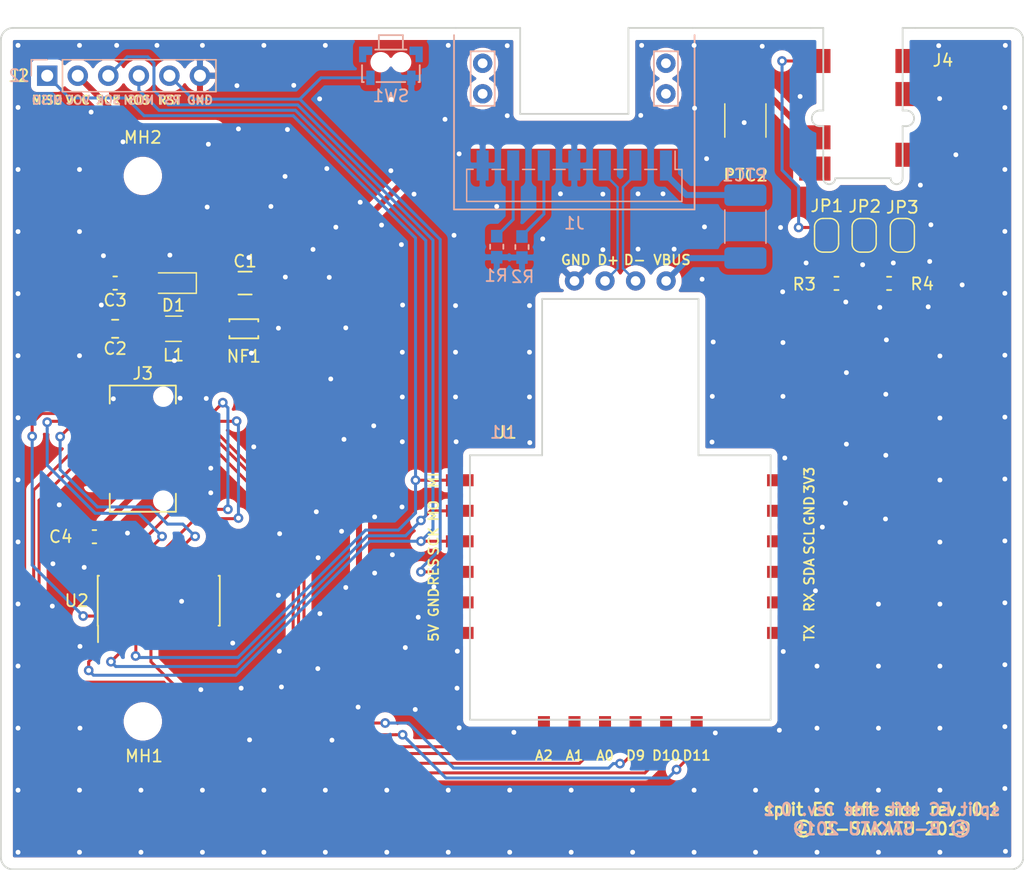
<source format=kicad_pcb>
(kicad_pcb (version 20171130) (host pcbnew "(5.1.0-0)")
  (layers (0 F.Cu signal) (31 B.Cu signal) (34 B.Paste user) (35 F.Paste user) (36 B.SilkS user) (37 F.SilkS user) (38 B.Mask user hide) (39 F.Mask user hide) (44 Edge.Cuts user))
  (net 0 "")
  (net 1 "Net-(C1-Pad1)")
  (net 2 GND)
  (net 3 AVCC)
  (net 4 KEY)
  (net 5 ENABLE)
  (net 6 PREV)
  (net 7 ROW_A)
  (net 8 ROW_B)
  (net 9 ROW_C)
  (net 10 COL_B)
  (net 11 COL_C)
  (net 12 COL_A)
  (net 13 VCC)
  (net 14 COL_0)
  (net 15 COL_1)
  (net 16 COL_2)
  (net 17 COL_3)
  (net 18 "Net-(U2-Pad7)")
  (net 19 "Net-(U2-Pad9)")
  (net 20 "Net-(U2-Pad10)")
  (net 21 /D+)
  (net 22 /CC1)
  (net 23 /D-)
  (net 24 /CC2)
  (net 25 ~RST)
  (net 26 LED)
  (net 27 SCL)
  (net 28 SDA)
  (net 29 DATA)
  (net 30 "Net-(PTC1-Pad2)")
  (net 31 "Net-(U1-Pad2)")
  (net 32 "Net-(U1-Pad1)")
  (net 33 "Net-(U2-Pad11)")
  (net 34 VBUS)
  (net 35 "Net-(J3-Pad9)")
  (net 36 "Net-(J4-PadR1N)")
  (net 37 "Net-(J4-PadR1)")
  (net 38 "Net-(J4-PadT1N)")
  (net 39 "Net-(J4-PadT)")
  (net 40 "Net-(J4-PadR2)")
  (module bsakatu_parts:Jack_3.5mm_CUI_SJ-43504-SMT_Horizontal (layer F.Cu) (at 142.925 40)
    (fp_text reference J4 (at 6.65 2.7) (layer F.SilkS))
    (fp_text value "TRRS jack")
    (fp_line (start 3.3 0) (end 4.35 0) (layer Edge.Cuts) (width 0.15))
    (fp_line (start -3.3 0) (end -4.35 0) (layer Edge.Cuts) (width 0.15))
    (fp_line (start 3.3 0) (end 3.3 6.87) (layer Edge.Cuts) (width 0.15))
    (fp_line (start -3.3 0) (end -3.3 6.87) (layer Edge.Cuts) (width 0.15))
    (fp_line (start -2.3 12.5) (end 2.3 12.5) (layer Edge.Cuts) (width 0.15))
    (fp_arc (start -2.8 12.5) (end -2.3 12.5) (angle 180) (layer Edge.Cuts) (width 0.15))
    (fp_arc (start 2.8 12.5) (end 3.3 12.5) (angle 180) (layer Edge.Cuts) (width 0.15))
    (fp_arc (start 3.6 7.52) (end 3.6 6.87) (angle 180) (layer Edge.Cuts) (width 0.15))
    (fp_line (start 3.3 6.87) (end 3.6 6.87) (layer Edge.Cuts) (width 0.15))
    (fp_line (start 3.3 8.17) (end 3.6 8.17) (layer Edge.Cuts) (width 0.15))
    (fp_line (start 3.3 8.17) (end 3.3 12.5) (layer Edge.Cuts) (width 0.15))
    (fp_line (start -3.6 6.87) (end -3.3 6.87) (layer Edge.Cuts) (width 0.15))
    (fp_line (start -3.3 8.17) (end -3.3 12.5) (layer Edge.Cuts) (width 0.15))
    (fp_line (start -3.6 8.17) (end -3.3 8.17) (layer Edge.Cuts) (width 0.15))
    (fp_arc (start -3.6 7.52) (end -3.6 6.87) (angle -180) (layer Edge.Cuts) (width 0.15))
    (pad R2 smd rect (at -4 2.75) (size 2.6 2) (layers F.Cu F.Paste F.Mask) (net 40 "Net-(J4-PadR2)"))
    (pad T smd rect (at -4 9.1) (size 2.6 2) (layers F.Cu F.Paste F.Mask) (net 39 "Net-(J4-PadT)"))
    (pad T1N smd rect (at -4 11.7) (size 2.6 2) (layers F.Cu F.Paste F.Mask) (net 38 "Net-(J4-PadT1N)"))
    (pad S smd rect (at 4 2.75) (size 2.6 2) (layers F.Cu F.Paste F.Mask) (net 2 GND))
    (pad R1 smd rect (at 4 5.5) (size 2.6 2) (layers F.Cu F.Paste F.Mask) (net 37 "Net-(J4-PadR1)"))
    (pad R1N smd rect (at 4 10.55) (size 2.6 2) (layers F.Cu F.Paste F.Mask) (net 36 "Net-(J4-PadR1N)"))
  )
  (module bsakatu_parts:C_1206_3216Metric_Pad1.42x1.75mm_HandSolder (layer F.Cu) (at 91.55 61.225)
    (fp_text reference C1 (at 0 -1.82) (layer F.SilkS))
    (fp_text value 10u)
    (pad 2 smd rect (at 1.4875 0) (size 1.425 1.75) (layers F.Cu F.Paste F.Mask) (net 2 GND))
    (pad 1 smd rect (at -1.4875 0) (size 1.425 1.75) (layers F.Cu F.Paste F.Mask) (net 1 "Net-(C1-Pad1)"))
  )
  (module bsakatu_parts:C_0805_2012Metric_Pad1.15x1.40mm_HandSolder (layer F.Cu) (at 80.75 65.025 180)
    (fp_text reference C2 (at 0 -1.65 180) (layer F.SilkS))
    (fp_text value 22u)
    (pad 2 smd rect (at 1.025 0 180) (size 1.15 1.4) (layers F.Cu F.Paste F.Mask) (net 2 GND))
    (pad 1 smd rect (at -1.025 0 180) (size 1.15 1.4) (layers F.Cu F.Paste F.Mask) (net 3 AVCC))
  )
  (module bsakatu_parts:C_0603_1608Metric_Pad1.05x0.95mm_HandSolder (layer F.Cu) (at 80.75 61.225 180)
    (fp_text reference C3 (at 0 -1.43 180) (layer F.SilkS))
    (fp_text value 0.1u)
    (pad 1 smd rect (at -0.875 0 180) (size 1.05 0.95) (layers F.Cu F.Paste F.Mask) (net 3 AVCC))
    (pad 2 smd rect (at 0.875 0 180) (size 1.05 0.95) (layers F.Cu F.Paste F.Mask) (net 2 GND))
  )
  (module bsakatu_parts:C_0603_1608Metric_Pad1.05x0.95mm_HandSolder (layer F.Cu) (at 79.025 82.325 180)
    (fp_text reference C4 (at 2.8 0 180) (layer F.SilkS))
    (fp_text value 0.1u)
    (pad 2 smd rect (at 0.875 0 180) (size 1.05 0.95) (layers F.Cu F.Paste F.Mask) (net 2 GND))
    (pad 1 smd rect (at -0.875 0 180) (size 1.05 0.95) (layers F.Cu F.Paste F.Mask) (net 3 AVCC))
  )
  (module bsakatu_parts:D_SOD-323_HandSoldering (layer F.Cu) (at 85.6 61.225 180)
    (fp_text reference D1 (at 0 -1.85 180) (layer F.SilkS))
    (fp_text value 1SS352)
    (pad 2 smd rect (at 1.25 0 180) (size 1 1) (layers F.Cu F.Paste F.Mask) (net 3 AVCC))
    (pad 1 smd rect (at -1.25 0 180) (size 1 1) (layers F.Cu F.Paste F.Mask) (net 1 "Net-(C1-Pad1)"))
  )
  (module "bsakatu_parts:DF15(3.2)-20DP-0.65V(56)_BracketLess" (layer F.Cu) (at 83.05 75)
    (fp_text reference J3 (at 0 -6.25) (layer F.SilkS))
    (fp_text value "DF15(3.2)-20DP-0.65V(56)")
    (pad 1 smd rect (at -2.9 -2.925) (size 3 0.4) (layers F.Cu F.Paste F.Mask) (net 5 ENABLE))
    (pad 2 smd rect (at 2.9 -2.925) (size 3 0.4) (layers F.Cu F.Paste F.Mask) (net 14 COL_0))
    (pad 3 smd rect (at -2.9 -2.275) (size 3 0.4) (layers F.Cu F.Paste F.Mask) (net 15 COL_1))
    (pad 4 smd rect (at 2.9 -2.275) (size 3 0.4) (layers F.Cu F.Paste F.Mask) (net 16 COL_2))
    (pad 5 smd rect (at -2.9 -1.625) (size 3 0.4) (layers F.Cu F.Paste F.Mask) (net 17 COL_3))
    (pad 6 smd rect (at 2.9 -1.625) (size 3 0.4) (layers F.Cu F.Paste F.Mask) (net 7 ROW_A))
    (pad 7 smd rect (at -2.9 -0.975) (size 3 0.4) (layers F.Cu F.Paste F.Mask) (net 8 ROW_B))
    (pad 8 smd rect (at 2.9 -0.975) (size 3 0.4) (layers F.Cu F.Paste F.Mask) (net 9 ROW_C))
    (pad 9 smd rect (at -2.9 -0.325) (size 3 0.4) (layers F.Cu F.Paste F.Mask) (net 35 "Net-(J3-Pad9)"))
    (pad 10 smd rect (at 2.9 -0.325) (size 3 0.4) (layers F.Cu F.Paste F.Mask) (net 4 KEY))
    (pad 11 smd rect (at -2.9 0.325) (size 3 0.4) (layers F.Cu F.Paste F.Mask) (net 6 PREV))
    (pad 12 smd rect (at 2.9 0.325) (size 3 0.4) (layers F.Cu F.Paste F.Mask) (net 3 AVCC))
    (pad 13 smd rect (at -2.9 0.975) (size 3 0.4) (layers F.Cu F.Paste F.Mask) (net 3 AVCC))
    (pad 14 smd rect (at 2.9 0.975) (size 3 0.4) (layers F.Cu F.Paste F.Mask) (net 3 AVCC))
    (pad 15 smd rect (at -2.9 1.625) (size 3 0.4) (layers F.Cu F.Paste F.Mask) (net 3 AVCC))
    (pad 16 smd rect (at 2.9 1.625) (size 3 0.4) (layers F.Cu F.Paste F.Mask) (net 2 GND))
    (pad 17 smd rect (at -2.9 2.275) (size 3 0.4) (layers F.Cu F.Paste F.Mask) (net 2 GND))
    (pad 18 smd rect (at 2.9 2.275) (size 3 0.4) (layers F.Cu F.Paste F.Mask) (net 2 GND))
    (pad 19 smd rect (at -2.9 2.925) (size 3 0.4) (layers F.Cu F.Paste F.Mask) (net 2 GND))
    (pad 20 smd rect (at 2.9 2.925) (size 3 0.4) (layers F.Cu F.Paste F.Mask) (net 2 GND))
    (pad "" np_thru_hole circle (at 1.7 4.325) (size 0.7 0.7) (drill 0.7) (layers *.Cu *.Mask))
    (pad "" np_thru_hole circle (at 1.7 -4.325) (size 0.7 0.7) (drill 0.7) (layers *.Cu *.Mask))
  )
  (module Jumper:SolderJumper-2_P1.3mm_Open_RoundedPad1.0x1.5mm (layer F.Cu) (at 139.9 57.25 90)
    (fp_text reference JP1 (at 2.45 0.025 180) (layer F.SilkS))
    (fp_text value SolderJumper_2_Open)
    (pad 1 smd custom (at -0.65 0 90) (size 1 0.5) (layers F.Cu F.Mask) (net 27 SCL) (options (clearance outline) (anchor rect)) (primitives (gr_circle (center 0 0.25) (end 0.5 0.25) (width 0)) (gr_circle (center 0 -0.25) (end 0.5 -0.25) (width 0)) (gr_poly (pts (xy 0 -0.75) (xy 0.5 -0.75) (xy 0.5 0.75) (xy 0 0.75)) (width 0))))
    (pad 2 smd custom (at 0.65 0 90) (size 1 0.5) (layers F.Cu F.Mask) (net 40 "Net-(J4-PadR2)") (options (clearance outline) (anchor rect)) (primitives (gr_circle (center 0 0.25) (end 0.5 0.25) (width 0)) (gr_circle (center 0 -0.25) (end 0.5 -0.25) (width 0)) (gr_poly (pts (xy 0 -0.75) (xy -0.5 -0.75) (xy -0.5 0.75) (xy 0 0.75)) (width 0))))
  )
  (module Jumper:SolderJumper-2_P1.3mm_Open_RoundedPad1.0x1.5mm (layer F.Cu) (at 143.025 57.25 90)
    (fp_text reference JP2 (at 2.4 0.05 180) (layer F.SilkS))
    (fp_text value SolderJumper_2_Open)
    (pad 2 smd custom (at 0.65 0 90) (size 1 0.5) (layers F.Cu F.Mask) (net 37 "Net-(J4-PadR1)") (options (clearance outline) (anchor rect)) (primitives (gr_circle (center 0 0.25) (end 0.5 0.25) (width 0)) (gr_circle (center 0 -0.25) (end 0.5 -0.25) (width 0)) (gr_poly (pts (xy 0 -0.75) (xy -0.5 -0.75) (xy -0.5 0.75) (xy 0 0.75)) (width 0))))
    (pad 1 smd custom (at -0.65 0 90) (size 1 0.5) (layers F.Cu F.Mask) (net 28 SDA) (options (clearance outline) (anchor rect)) (primitives (gr_circle (center 0 0.25) (end 0.5 0.25) (width 0)) (gr_circle (center 0 -0.25) (end 0.5 -0.25) (width 0)) (gr_poly (pts (xy 0 -0.75) (xy 0.5 -0.75) (xy 0.5 0.75) (xy 0 0.75)) (width 0))))
  )
  (module Jumper:SolderJumper-2_P1.3mm_Bridged_RoundedPad1.0x1.5mm (layer F.Cu) (at 146.2 57.25 90)
    (fp_text reference JP3 (at 2.325 0 180) (layer F.SilkS))
    (fp_text value SolderJumper_2_Open)
    (fp_poly (pts (xy 0.25 -0.3) (xy -0.25 -0.3) (xy -0.25 0.3) (xy 0.25 0.3)) (layer F.Cu) (width 0))
    (pad 2 smd custom (at 0.65 0 90) (size 1 0.5) (layers F.Cu F.Mask) (net 37 "Net-(J4-PadR1)") (options (clearance outline) (anchor rect)) (primitives (gr_circle (center 0 0.25) (end 0.5 0.25) (width 0)) (gr_circle (center 0 -0.25) (end 0.5 -0.25) (width 0)) (gr_poly (pts (xy 0 -0.75) (xy -0.5 -0.75) (xy -0.5 0.75) (xy 0 0.75)) (width 0))))
    (pad 1 smd custom (at -0.65 0 90) (size 1 0.5) (layers F.Cu F.Mask) (net 29 DATA) (options (clearance outline) (anchor rect)) (primitives (gr_circle (center 0 0.25) (end 0.5 0.25) (width 0)) (gr_circle (center 0 -0.25) (end 0.5 -0.25) (width 0)) (gr_poly (pts (xy 0 -0.75) (xy 0.5 -0.75) (xy 0.5 0.75) (xy 0 0.75)) (width 0))))
  )
  (module bsakatu_parts:L_Yuden_LB-2518_HandSolder (layer F.Cu) (at 85.6 65.025 180)
    (fp_text reference L1 (at 0 -2.2 180) (layer F.SilkS))
    (fp_text value LBR2518T470K)
    (pad 1 smd rect (at -1.25 0 180) (size 1 2.1) (layers F.Cu F.Paste F.Mask) (net 1 "Net-(C1-Pad1)"))
    (pad 2 smd rect (at 1.25 0 180) (size 1 2.1) (layers F.Cu F.Paste F.Mask) (net 3 AVCC))
  )
  (module MountingHole:MountingHole_2.2mm_M2 (layer F.Cu) (at 83.05 97.69)
    (fp_text reference MH1 (at 0.1 2.885) (layer F.SilkS))
    (fp_text value MountingHole)
    (pad 1 np_thru_hole circle (at 0 0) (size 2.2 2.2) (drill 2.2) (layers *.Cu *.Mask))
  )
  (module MountingHole:MountingHole_2.2mm_M2 (layer F.Cu) (at 83.05 52.31)
    (fp_text reference MH2 (at 0 -3.2) (layer F.SilkS))
    (fp_text value MountingHole)
    (pad 1 np_thru_hole circle (at 0 0) (size 2.2 2.2) (drill 2.2) (layers *.Cu *.Mask))
  )
  (module bsakatu_parts:NF_YFF21_HandSoldering (layer F.Cu) (at 91.45 65.025 180)
    (fp_text reference NF1 (at 0 -2.3 180) (layer F.SilkS))
    (fp_text value YFF21PC1E104MT000N hide)
    (pad 2 smd rect (at 0 0 180) (size 0.5 0.6) (layers F.Cu) (net 2 GND))
    (pad 2 smd rect (at 0 0 180) (size 0.25 2.6) (layers F.Cu) (net 2 GND))
    (pad 1 smd rect (at -1.2 0 180) (size 1 1.4) (layers F.Cu F.Paste F.Mask) (net 13 VCC))
    (pad 3 smd rect (at 1.2 0 180) (size 1 1.4) (layers F.Cu F.Paste F.Mask) (net 1 "Net-(C1-Pad1)"))
    (pad 2 smd rect (at 0 -0.8 180) (size 0.5 1) (layers F.Cu F.Paste F.Mask) (net 2 GND))
    (pad 2 smd rect (at 0 0.8 180) (size 0.5 1) (layers F.Cu F.Paste F.Mask) (net 2 GND))
  )
  (module bsakatu_parts:PTC_0ZCG_1812_4532 (layer B.Cu) (at 133.15 56.525 270)
    (fp_text reference PTC1 (at -4.275 0.075 180) (layer B.SilkS) (effects (justify mirror)))
    (fp_text value 0ZCG0050AF2C hide)
    (pad 2 smd roundrect (at 2.615 0 270) (size 1.78 3.5) (layers B.Cu B.Paste B.Mask) (roundrect_rratio 0.192) (net 30 "Net-(PTC1-Pad2)"))
    (pad 1 smd roundrect (at -2.615 0 270) (size 1.78 3.5) (layers B.Cu B.Paste B.Mask) (roundrect_rratio 0.192) (net 34 VBUS))
  )
  (module bsakatu_parts:PTC_0ZCG_1812_4532 (layer F.Cu) (at 133.15 47.7 90)
    (fp_text reference PTC2 (at -4.55 0.025 180) (layer F.SilkS))
    (fp_text value 0ZCG0050AF2C hide)
    (pad 1 smd roundrect (at -2.615 0 90) (size 1.78 3.5) (layers F.Cu F.Paste F.Mask) (roundrect_rratio 0.192) (net 13 VCC))
    (pad 2 smd roundrect (at 2.615 0 90) (size 1.78 3.5) (layers F.Cu F.Paste F.Mask) (roundrect_rratio 0.192) (net 39 "Net-(J4-PadT)"))
  )
  (module bsakatu_parts:R_SMD_0603_1608_HandSolder (layer B.Cu) (at 112.475 58.2 90)
    (fp_text reference R1 (at -2.4 -0.05 180) (layer B.SilkS) (effects (justify mirror)))
    (fp_text value 5.1k)
    (pad 1 smd rect (at -0.875 0 90) (size 1.05 0.95) (layers B.Cu B.Paste B.Mask) (net 2 GND))
    (pad 2 smd rect (at 0.875 0 90) (size 1.05 0.95) (layers B.Cu B.Paste B.Mask) (net 24 /CC2))
  )
  (module bsakatu_parts:R_SMD_0603_1608_HandSolder (layer B.Cu) (at 114.575 58.225 90)
    (fp_text reference R2 (at -2.475 0.05 180) (layer B.SilkS) (effects (justify mirror)))
    (fp_text value 5.1k)
    (pad 2 smd rect (at 0.875 0 90) (size 1.05 0.95) (layers B.Cu B.Paste B.Mask) (net 22 /CC1))
    (pad 1 smd rect (at -0.875 0 90) (size 1.05 0.95) (layers B.Cu B.Paste B.Mask) (net 2 GND))
  )
  (module bsakatu_parts:R_SMD_0603_1608_HandSolder (layer F.Cu) (at 140.725 61.25 180)
    (fp_text reference R3 (at 2.675 -0.075) (layer F.SilkS))
    (fp_text value 4.7k)
    (pad 2 smd rect (at 0.875 0 180) (size 1.05 0.95) (layers F.Cu F.Paste F.Mask) (net 2 GND))
    (pad 1 smd rect (at -0.875 0 180) (size 1.05 0.95) (layers F.Cu F.Paste F.Mask) (net 27 SCL))
  )
  (module bsakatu_parts:R_SMD_0603_1608_HandSolder (layer F.Cu) (at 145.1 61.25)
    (fp_text reference R4 (at 2.75 0.05 180) (layer F.SilkS))
    (fp_text value 4.7k)
    (pad 1 smd rect (at -0.875 0) (size 1.05 0.95) (layers F.Cu F.Paste F.Mask) (net 28 SDA))
    (pad 2 smd rect (at 0.875 0) (size 1.05 0.95) (layers F.Cu F.Paste F.Mask) (net 2 GND))
  )
  (module bsakatu_parts:SW_SPST_4.4x1.8x3.8mm_plastic-pin (layer B.Cu) (at 103.675 42.85)
    (fp_text reference SW1 (at 0 2.8) (layer B.SilkS) (effects (justify mirror)))
    (fp_text value SW_Push)
    (pad "" smd custom (at 2.1 -0.95) (size 1.1 0.7) (layers B.Cu B.Paste B.Mask) (options (clearance outline) (anchor rect)) (primitives (gr_poly (pts (xy 0.55 0.35) (xy 0.55 0.95) (xy -0.05 0.95) (xy -0.05 0.35)) (width 0))))
    (pad 2 smd rect (at 1.7 1.3) (size 0.7 1.2) (layers B.Cu B.Paste B.Mask) (net 2 GND))
    (pad "" np_thru_hole circle (at 0.85 0) (size 0.7 0.7) (drill 0.7) (layers *.Cu *.Mask))
    (pad "" np_thru_hole circle (at -0.85 0) (size 0.7 0.7) (drill 0.7) (layers *.Cu *.Mask))
    (pad 1 smd rect (at -1.7 1.3) (size 0.7 1.2) (layers B.Cu B.Paste B.Mask) (net 25 ~RST))
    (pad "" smd custom (at -2.1 -0.95) (size 1.1 0.7) (layers B.Cu B.Paste B.Mask) (options (clearance outline) (anchor rect)) (primitives (gr_poly (pts (xy -0.55 0.35) (xy -0.55 0.95) (xy 0.05 0.95) (xy 0.05 0.35)) (width 0))))
  )
  (module Package_SO:SOIC-16_3.9x9.9mm_P1.27mm (layer F.Cu) (at 84.375 87.65 90)
    (fp_text reference U2 (at 0 -6.825 180) (layer F.SilkS))
    (fp_text value 74LS138)
    (pad 1 smd rect (at -2.7 -4.445 90) (size 1.5 0.6) (layers F.Cu F.Paste F.Mask) (net 12 COL_A))
    (pad 2 smd rect (at -2.7 -3.175 90) (size 1.5 0.6) (layers F.Cu F.Paste F.Mask) (net 10 COL_B))
    (pad 3 smd rect (at -2.7 -1.905 90) (size 1.5 0.6) (layers F.Cu F.Paste F.Mask) (net 11 COL_C))
    (pad 4 smd rect (at -2.7 -0.635 90) (size 1.5 0.6) (layers F.Cu F.Paste F.Mask) (net 5 ENABLE))
    (pad 5 smd rect (at -2.7 0.635 90) (size 1.5 0.6) (layers F.Cu F.Paste F.Mask) (net 2 GND))
    (pad 6 smd rect (at -2.7 1.905 90) (size 1.5 0.6) (layers F.Cu F.Paste F.Mask) (net 3 AVCC))
    (pad 7 smd rect (at -2.7 3.175 90) (size 1.5 0.6) (layers F.Cu F.Paste F.Mask) (net 18 "Net-(U2-Pad7)"))
    (pad 8 smd rect (at -2.7 4.445 90) (size 1.5 0.6) (layers F.Cu F.Paste F.Mask) (net 2 GND))
    (pad 9 smd rect (at 2.7 4.445 90) (size 1.5 0.6) (layers F.Cu F.Paste F.Mask) (net 19 "Net-(U2-Pad9)"))
    (pad 10 smd rect (at 2.7 3.175 90) (size 1.5 0.6) (layers F.Cu F.Paste F.Mask) (net 20 "Net-(U2-Pad10)"))
    (pad 11 smd rect (at 2.7 1.905 90) (size 1.5 0.6) (layers F.Cu F.Paste F.Mask) (net 33 "Net-(U2-Pad11)"))
    (pad 12 smd rect (at 2.7 0.635 90) (size 1.5 0.6) (layers F.Cu F.Paste F.Mask) (net 17 COL_3))
    (pad 13 smd rect (at 2.7 -0.635 90) (size 1.5 0.6) (layers F.Cu F.Paste F.Mask) (net 16 COL_2))
    (pad 14 smd rect (at 2.7 -1.905 90) (size 1.5 0.6) (layers F.Cu F.Paste F.Mask) (net 15 COL_1))
    (pad 15 smd rect (at 2.7 -3.175 90) (size 1.5 0.6) (layers F.Cu F.Paste F.Mask) (net 14 COL_0))
    (pad 16 smd rect (at 2.7 -4.445 90) (size 1.5 0.6) (layers F.Cu F.Paste F.Mask) (net 3 AVCC))
  )
  (module bsakatu_parts:USB_C_AE-USB2.0-TYPE-C_soldered_with_L-shape-PinHeader (layer B.Cu) (at 118.925 53.1 180)
    (fp_text reference J1 (at 0 -3.15 180) (layer B.SilkS) (effects (justify mirror)))
    (fp_text value AE-USB2.0-TYPE-C)
    (fp_line (start -4.5 5.95) (end 4.5 5.95) (layer Edge.Cuts) (width 0.15))
    (fp_line (start 4.5 5.95) (end 4.5 13.1) (layer Edge.Cuts) (width 0.15))
    (fp_line (start -4.5 5.95) (end -4.5 13.1) (layer Edge.Cuts) (width 0.15))
    (fp_line (start -4.5 13.1) (end -9.85 13.1) (layer Edge.Cuts) (width 0.15))
    (fp_line (start 4.5 13.1) (end 9.85 13.1) (layer Edge.Cuts) (width 0.15))
    (pad 1 smd rect (at -7.62 1.655 90) (size 2.51 1) (layers B.Cu B.Paste B.Mask) (net 34 VBUS))
    (pad 3 smd rect (at -2.54 1.655 90) (size 2.51 1) (layers B.Cu B.Paste B.Mask) (net 21 /D+))
    (pad 5 smd rect (at 2.54 1.655 90) (size 2.51 1) (layers B.Cu B.Paste B.Mask) (net 22 /CC1))
    (pad 7 smd rect (at 7.62 1.655 90) (size 2.51 1) (layers B.Cu B.Paste B.Mask) (net 2 GND))
    (pad 2 smd rect (at -5.08 1.655 90) (size 2.51 1) (layers B.Cu B.Paste B.Mask) (net 23 /D-))
    (pad 4 smd rect (at 0 1.655 90) (size 2.51 1) (layers B.Cu B.Paste B.Mask) (net 2 GND))
    (pad 6 smd rect (at 5.08 1.655 90) (size 2.51 1) (layers B.Cu B.Paste B.Mask) (net 24 /CC2))
    (pad "" thru_hole circle (at -7.62 7.62 180) (size 1.6 1.6) (drill 0.8) (layers *.Cu *.Mask))
    (pad "" thru_hole circle (at -7.62 10.16 180) (size 1.6 1.6) (drill 0.8) (layers *.Cu *.Mask))
    (pad "" thru_hole circle (at 7.62 7.62 180) (size 1.6 1.6) (drill 0.8) (layers *.Cu *.Mask))
    (pad "" thru_hole circle (at 7.62 10.16 180) (size 1.6 1.6) (drill 0.8) (layers *.Cu *.Mask))
    (pad "" thru_hole circle (at -7.62 7.62) (size 1.6 1.6) (drill 0.8) (layers *.Cu *.Mask))
    (pad "" thru_hole circle (at -7.62 10.16) (size 1.6 1.6) (drill 0.8) (layers *.Cu *.Mask))
    (pad "" thru_hole circle (at 7.62 7.62) (size 1.6 1.6) (drill 0.8) (layers *.Cu *.Mask))
    (pad "" thru_hole circle (at 7.62 10.16) (size 1.6 1.6) (drill 0.8) (layers *.Cu *.Mask))
  )
  (module bsakatu_parts:Connector_AVR-ISP-6_6x1_Reversible (layer B.Cu) (at 75.1 43.975 270)
    (fp_text reference J2 (at 0 2.35) (layer B.SilkS) (effects (justify mirror)))
    (fp_text value AVR-ISP-6)
    (fp_text user VCC (at 2.032 -2.54 180) (layer F.SilkS) (effects (font (size 0.7 0.7))))
    (fp_text user GND (at 2.032 -12.7 180) (layer F.SilkS) (effects (font (size 0.7 0.7))))
    (fp_text user RST (at 2.032 -10.16 180) (layer F.SilkS) (effects (font (size 0.7 0.7))))
    (fp_text user MISO (at 2.032 0 180) (layer F.SilkS) (effects (font (size 0.7 0.7))))
    (fp_text user SCK (at 2.032 -5.08 180) (layer F.SilkS) (effects (font (size 0.7 0.7))))
    (fp_text user MOSI (at 2.032 -7.62 180) (layer F.SilkS) (effects (font (size 0.7 0.7))))
    (fp_text user MISO (at 2.032 0 180) (layer B.SilkS) (effects (font (size 0.7 0.7)) (justify mirror)))
    (fp_text user VCC (at 2.032 -2.54 180) (layer B.SilkS) (effects (font (size 0.7 0.7)) (justify mirror)))
    (fp_text user SCK (at 2.032 -5.08 180) (layer B.SilkS) (effects (font (size 0.7 0.7)) (justify mirror)))
    (fp_text user MOSI (at 2.032 -7.62 180) (layer B.SilkS) (effects (font (size 0.7 0.7)) (justify mirror)))
    (fp_text user RST (at 2.032 -10.16 180) (layer B.SilkS) (effects (font (size 0.7 0.7)) (justify mirror)))
    (fp_text user GND (at 2.032 -12.7 180) (layer B.SilkS) (effects (font (size 0.7 0.7)) (justify mirror)))
    (fp_text user %R (at 0 2.35) (layer F.SilkS))
    (pad 6 thru_hole oval (at 0 -12.7 270) (size 1.7 1.7) (drill 1) (layers *.Cu *.Mask) (net 2 GND))
    (pad 5 thru_hole oval (at 0 -10.16 270) (size 1.7 1.7) (drill 1) (layers *.Cu *.Mask) (net 25 ~RST))
    (pad 4 thru_hole oval (at 0 -7.62 270) (size 1.7 1.7) (drill 1) (layers *.Cu *.Mask) (net 10 COL_B))
    (pad 3 thru_hole oval (at 0 -5.08 270) (size 1.7 1.7) (drill 1) (layers *.Cu *.Mask) (net 12 COL_A))
    (pad 2 thru_hole oval (at 0 -2.54 270) (size 1.7 1.7) (drill 1) (layers *.Cu *.Mask) (net 13 VCC))
    (pad 1 thru_hole rect (at 0 0 270) (size 1.7 1.7) (drill 1) (layers *.Cu *.Mask) (net 11 COL_C))
  )
  (module bsakatu_parts:Module_BeetleUSB_soldered_with_L-shape-PinHeader_Reverse (layer F.Cu) (at 122.75 85.25)
    (fp_text reference U1 (at -9.6 -11.6) (layer F.SilkS))
    (fp_text value BeetleUSB_with_USB)
    (fp_text user 3V3 (at 15.717 -7.62 90) (layer F.SilkS) (effects (font (size 0.8 0.8))))
    (fp_text user GND (at 15.717 -5.08 90) (layer F.SilkS) (effects (font (size 0.8 0.8))))
    (fp_line (start 6.5 -9.7) (end 12.5 -9.7) (layer Edge.Cuts) (width 0.15))
    (fp_line (start 6.5 -22.7) (end 6.5 -9.7) (layer Edge.Cuts) (width 0.15))
    (fp_line (start -6.5 -22.7) (end 6.5 -22.7) (layer Edge.Cuts) (width 0.15))
    (fp_line (start -6.5 -9.7) (end -6.5 -22.7) (layer Edge.Cuts) (width 0.15))
    (fp_line (start -12.5 -9.7) (end -6.5 -9.7) (layer Edge.Cuts) (width 0.15))
    (fp_line (start -12.5 12.3) (end -12.5 -9.7) (layer Edge.Cuts) (width 0.15))
    (fp_line (start 12.5 12.3) (end -12.5 12.3) (layer Edge.Cuts) (width 0.15))
    (fp_line (start 12.5 12.3) (end 12.5 -9.7) (layer Edge.Cuts) (width 0.15))
    (fp_text user D+ (at -1 -25.95) (layer F.SilkS) (effects (font (size 0.8 0.8))))
    (fp_text user D- (at 1.2 -25.95) (layer F.SilkS) (effects (font (size 0.8 0.8))))
    (fp_text user VBUS (at 4.3 -25.95) (layer F.SilkS) (effects (font (size 0.8 0.8))))
    (fp_text user GND (at -3.7 -25.95) (layer F.SilkS) (effects (font (size 0.8 0.8))))
    (fp_text user SCL (at 15.717 -2.54 90) (layer F.SilkS) (effects (font (size 0.8 0.8))))
    (fp_text user SDA (at 15.717 0 90) (layer F.SilkS) (effects (font (size 0.8 0.8))))
    (fp_text user RX (at 15.717 2.54 90) (layer F.SilkS) (effects (font (size 0.8 0.8))))
    (fp_text user TX (at 15.717 5.08 90) (layer F.SilkS) (effects (font (size 0.8 0.8))))
    (fp_text user MI (at -15.517 -7.62 90) (layer F.SilkS) (effects (font (size 0.8 0.8))))
    (fp_text user MO (at -15.517 -5.08 90) (layer F.SilkS) (effects (font (size 0.8 0.8))))
    (fp_text user SCK (at -15.517 -2.54 90) (layer F.SilkS) (effects (font (size 0.8 0.8))))
    (fp_text user RES (at -15.517 0 90) (layer F.SilkS) (effects (font (size 0.8 0.8))))
    (fp_text user GND (at -15.517 2.54 90) (layer F.SilkS) (effects (font (size 0.8 0.8))))
    (fp_text user 5V (at -15.517 5.08 90) (layer F.SilkS) (effects (font (size 0.8 0.8))))
    (fp_text user D11 (at 6.35 15.279) (layer F.SilkS) (effects (font (size 0.8 0.8))))
    (fp_text user D10 (at 3.81 15.279) (layer F.SilkS) (effects (font (size 0.8 0.8))))
    (fp_text user D9 (at 1.27 15.279) (layer F.SilkS) (effects (font (size 0.8 0.8))))
    (fp_text user A0 (at -1.27 15.279) (layer F.SilkS) (effects (font (size 0.8 0.8))))
    (fp_text user A1 (at -3.81 15.279) (layer F.SilkS) (effects (font (size 0.8 0.8))))
    (fp_text user A2 (at -6.35 15.279) (layer F.SilkS) (effects (font (size 0.8 0.8))))
    (fp_text user %R (at -9.85 -11.6) (layer B.SilkS) (effects (justify mirror)))
    (pad 18 smd rect (at -13.35 -7.62) (size 2.3 1) (layers F.Cu F.Paste F.Mask) (net 11 COL_C))
    (pad 17 smd rect (at -13.35 -5.08) (size 2.3 1) (layers F.Cu F.Paste F.Mask) (net 10 COL_B))
    (pad 1 smd rect (at 13.35 -7.62) (size 2.3 1) (layers F.Cu F.Paste F.Mask) (net 32 "Net-(U1-Pad1)"))
    (pad 2 smd rect (at 13.35 -5.08) (size 2.3 1) (layers F.Cu F.Paste F.Mask) (net 31 "Net-(U1-Pad2)"))
    (pad 3 smd rect (at 13.35 -2.54) (size 2.3 1) (layers F.Cu F.Paste F.Mask) (net 27 SCL))
    (pad 4 smd rect (at 13.35 0) (size 2.3 1) (layers F.Cu F.Paste F.Mask) (net 28 SDA))
    (pad 5 smd rect (at 13.35 2.54) (size 2.3 1) (layers F.Cu F.Paste F.Mask) (net 29 DATA))
    (pad 6 smd rect (at 13.35 5.08) (size 2.3 1) (layers F.Cu F.Paste F.Mask) (net 26 LED))
    (pad 12 smd rect (at -6.35 13.15) (size 1 2.3) (layers F.Cu F.Paste F.Mask) (net 4 KEY))
    (pad 11 smd rect (at -3.81 13.15) (size 1 2.3) (layers F.Cu F.Paste F.Mask) (net 5 ENABLE))
    (pad 10 smd rect (at -1.27 13.15) (size 1 2.3) (layers F.Cu F.Paste F.Mask) (net 6 PREV))
    (pad 9 smd rect (at 1.27 13.15) (size 1 2.3) (layers F.Cu F.Paste F.Mask) (net 7 ROW_A))
    (pad 8 smd rect (at 3.81 13.15) (size 1 2.3) (layers F.Cu F.Paste F.Mask) (net 8 ROW_B))
    (pad 13 smd rect (at -13.35 5.08) (size 2.3 1) (layers F.Cu F.Paste F.Mask) (net 13 VCC))
    (pad 14 smd rect (at -13.35 2.54) (size 2.3 1) (layers F.Cu F.Paste F.Mask) (net 2 GND))
    (pad 15 smd rect (at -13.35 0) (size 2.3 1) (layers F.Cu F.Paste F.Mask) (net 25 ~RST))
    (pad 22 thru_hole circle (at 3.81 -24.2) (size 1.6 1.6) (drill 0.8) (layers *.Cu *.Mask) (net 30 "Net-(PTC1-Pad2)"))
    (pad 21 thru_hole circle (at 1.27 -24.2) (size 1.6 1.6) (drill 0.8) (layers *.Cu *.Mask) (net 23 /D-))
    (pad 20 thru_hole circle (at -1.27 -24.2) (size 1.6 1.6) (drill 0.8) (layers *.Cu *.Mask) (net 21 /D+))
    (pad 19 thru_hole circle (at -3.81 -24.2) (size 1.6 1.6) (drill 0.8) (layers *.Cu *.Mask) (net 2 GND))
    (pad 16 smd rect (at -13.35 -2.54) (size 2.3 1) (layers F.Cu F.Paste F.Mask) (net 12 COL_A))
    (pad 7 smd rect (at 6.35 13.15) (size 1 2.3) (layers F.Cu F.Paste F.Mask) (net 9 ROW_C))
  )
  (gr_line (start 128.775 40) (end 138.575 40) (layer Edge.Cuts) (width 0.15))
  (gr_line (start 155.25 40) (end 147.275 40) (layer Edge.Cuts) (width 0.15))
  (gr_text "split EC left side rev. 0.1\n© B-SAKATU 2019" (at 144.5 105.825) (layer B.SilkS) (effects (font (size 1 1) (thickness 0.2)) (justify mirror)))
  (gr_text "split EC left side rev. 0.1\n© B-SAKATU 2019" (at 144.5 105.825) (layer F.SilkS) (effects (font (size 1 1) (thickness 0.2))))
  (gr_arc (start 155.25 41) (end 155.25 40) (angle 90) (layer Edge.Cuts) (width 0.15))
  (gr_arc (start 155.25 109) (end 156.25 109) (angle 90) (layer Edge.Cuts) (width 0.15))
  (gr_arc (start 72.25 109) (end 72.25 110) (angle 90) (layer Edge.Cuts) (width 0.15))
  (gr_arc (start 72.25 41) (end 71.25 41) (angle 90) (layer Edge.Cuts) (width 0.15))
  (gr_line (start 156.25 41) (end 156.25 109) (layer Edge.Cuts) (width 0.15))
  (gr_line (start 155.25 110) (end 72.25 110) (layer Edge.Cuts) (width 0.15))
  (gr_line (start 71.25 41) (end 71.25 109) (layer Edge.Cuts) (width 0.15))
  (gr_line (start 109.075 40) (end 72.25 40) (layer Edge.Cuts) (width 0.15))
  (segment (start 90.25 65.025) (end 86.875 65.025) (width 0.5) (layer F.Cu) (net 1))
  (segment (start 86.85 61.225) (end 90.05 61.225) (width 0.5) (layer F.Cu) (net 1))
  (segment (start 86.85 61.225) (end 86.85 65.05) (width 0.5) (layer F.Cu) (net 1))
  (via (at 78.175 84.875) (size 0.8) (drill 0.4) (layers F.Cu B.Cu) (net 2))
  (via (at 77.825 91.45) (size 0.8) (drill 0.4) (layers F.Cu B.Cu) (net 2))
  (via (at 76.1 79.675) (size 0.8) (drill 0.4) (layers F.Cu B.Cu) (net 2))
  (segment (start 80.15 77.275) (end 80.15 77.925) (width 0.5) (layer F.Cu) (net 2))
  (segment (start 85.95 77.275) (end 85.95 76.625) (width 0.5) (layer F.Cu) (net 2))
  (via (at 88.7 76.625) (size 0.8) (drill 0.4) (layers F.Cu B.Cu) (net 2))
  (via (at 88.7 78.675) (size 0.8) (drill 0.4) (layers F.Cu B.Cu) (net 2))
  (via (at 86.275 87.7) (size 0.8) (drill 0.4) (layers F.Cu B.Cu) (net 2))
  (via (at 94.425 82.075) (size 0.8) (drill 0.4) (layers F.Cu B.Cu) (net 2))
  (via (at 72.675 41.45) (size 0.8) (drill 0.4) (layers F.Cu B.Cu) (net 2))
  (via (at 72.675 46.613461) (size 0.8) (drill 0.4) (layers F.Cu B.Cu) (net 2))
  (via (at 72.675 51.776922) (size 0.8) (drill 0.4) (layers F.Cu B.Cu) (net 2))
  (via (at 72.675 56.940383) (size 0.8) (drill 0.4) (layers F.Cu B.Cu) (net 2))
  (via (at 72.675 62.103844) (size 0.8) (drill 0.4) (layers F.Cu B.Cu) (net 2))
  (via (at 72.675 67.267305) (size 0.8) (drill 0.4) (layers F.Cu B.Cu) (net 2))
  (via (at 72.675 72.430766) (size 0.8) (drill 0.4) (layers F.Cu B.Cu) (net 2))
  (via (at 72.675 77.594227) (size 0.8) (drill 0.4) (layers F.Cu B.Cu) (net 2))
  (via (at 72.675 82.757688) (size 0.8) (drill 0.4) (layers F.Cu B.Cu) (net 2))
  (via (at 72.675 87.921149) (size 0.8) (drill 0.4) (layers F.Cu B.Cu) (net 2))
  (via (at 72.675 93.08461) (size 0.8) (drill 0.4) (layers F.Cu B.Cu) (net 2))
  (via (at 72.675 98.248071) (size 0.8) (drill 0.4) (layers F.Cu B.Cu) (net 2))
  (via (at 72.675 103.411532) (size 0.8) (drill 0.4) (layers F.Cu B.Cu) (net 2))
  (via (at 72.675 108.575) (size 0.8) (drill 0.4) (layers F.Cu B.Cu) (net 2))
  (via (at 154.725 46.625) (size 0.8) (drill 0.4) (layers F.Cu B.Cu) (net 2))
  (via (at 154.725 51.775) (size 0.8) (drill 0.4) (layers F.Cu B.Cu) (net 2))
  (via (at 154.725 56.925) (size 0.8) (drill 0.4) (layers F.Cu B.Cu) (net 2))
  (via (at 154.725 62.075) (size 0.8) (drill 0.4) (layers F.Cu B.Cu) (net 2))
  (via (at 154.725 67.225) (size 0.8) (drill 0.4) (layers F.Cu B.Cu) (net 2))
  (via (at 154.725 72.375) (size 0.8) (drill 0.4) (layers F.Cu B.Cu) (net 2))
  (via (at 154.725 77.525) (size 0.8) (drill 0.4) (layers F.Cu B.Cu) (net 2))
  (via (at 154.725 82.675) (size 0.8) (drill 0.4) (layers F.Cu B.Cu) (net 2))
  (via (at 154.725 87.825) (size 0.8) (drill 0.4) (layers F.Cu B.Cu) (net 2))
  (via (at 154.725 92.975) (size 0.8) (drill 0.4) (layers F.Cu B.Cu) (net 2))
  (via (at 154.725 98.125) (size 0.8) (drill 0.4) (layers F.Cu B.Cu) (net 2))
  (via (at 154.725 103.275) (size 0.8) (drill 0.4) (layers F.Cu B.Cu) (net 2))
  (via (at 77.785 108.575) (size 0.8) (drill 0.4) (layers F.Cu B.Cu) (net 2))
  (via (at 82.895 108.575) (size 0.8) (drill 0.4) (layers F.Cu B.Cu) (net 2))
  (via (at 88.005 108.575) (size 0.8) (drill 0.4) (layers F.Cu B.Cu) (net 2))
  (via (at 93.115 108.575) (size 0.8) (drill 0.4) (layers F.Cu B.Cu) (net 2))
  (via (at 98.225 108.575) (size 0.8) (drill 0.4) (layers F.Cu B.Cu) (net 2))
  (via (at 103.335 108.575) (size 0.8) (drill 0.4) (layers F.Cu B.Cu) (net 2))
  (via (at 108.445 108.575) (size 0.8) (drill 0.4) (layers F.Cu B.Cu) (net 2))
  (via (at 113.555 108.575) (size 0.8) (drill 0.4) (layers F.Cu B.Cu) (net 2))
  (via (at 118.665 108.575) (size 0.8) (drill 0.4) (layers F.Cu B.Cu) (net 2))
  (via (at 123.775 108.575) (size 0.8) (drill 0.4) (layers F.Cu B.Cu) (net 2))
  (via (at 128.885 108.575) (size 0.8) (drill 0.4) (layers F.Cu B.Cu) (net 2))
  (via (at 133.995 108.575) (size 0.8) (drill 0.4) (layers F.Cu B.Cu) (net 2))
  (via (at 139.105 108.575) (size 0.8) (drill 0.4) (layers F.Cu B.Cu) (net 2))
  (via (at 144.215 108.575) (size 0.8) (drill 0.4) (layers F.Cu B.Cu) (net 2))
  (via (at 149.325 108.575) (size 0.8) (drill 0.4) (layers F.Cu B.Cu) (net 2))
  (via (at 154.775 108.5) (size 0.8) (drill 0.4) (layers F.Cu B.Cu) (net 2))
  (via (at 77.785 41.45) (size 0.8) (drill 0.4) (layers F.Cu B.Cu) (net 2))
  (via (at 84.225 41.45) (size 0.8) (drill 0.4) (layers F.Cu B.Cu) (net 2))
  (via (at 88.005 41.45) (size 0.8) (drill 0.4) (layers F.Cu B.Cu) (net 2))
  (via (at 93.115 41.45) (size 0.8) (drill 0.4) (layers F.Cu B.Cu) (net 2))
  (via (at 98.225 41.45) (size 0.8) (drill 0.4) (layers F.Cu B.Cu) (net 2))
  (via (at 108.445 41.45) (size 0.8) (drill 0.4) (layers F.Cu B.Cu) (net 2))
  (via (at 121.3 58.45) (size 0.8) (drill 0.4) (layers F.Cu B.Cu) (net 2))
  (via (at 121.3 53.825) (size 0.8) (drill 0.4) (layers F.Cu B.Cu) (net 2))
  (via (at 112.475 54.85) (size 0.8) (drill 0.4) (layers F.Cu B.Cu) (net 2))
  (via (at 108.925 57.25) (size 0.8) (drill 0.4) (layers F.Cu B.Cu) (net 2))
  (via (at 109.05 63.1) (size 0.8) (drill 0.4) (layers F.Cu B.Cu) (net 2))
  (via (at 109.05 66.975) (size 0.8) (drill 0.4) (layers F.Cu B.Cu) (net 2))
  (via (at 109.05 70.7) (size 0.8) (drill 0.4) (layers F.Cu B.Cu) (net 2))
  (via (at 109.1 74.425) (size 0.8) (drill 0.4) (layers F.Cu B.Cu) (net 2))
  (via (at 115.225 74.5) (size 0.8) (drill 0.4) (layers F.Cu B.Cu) (net 2))
  (via (at 115.2 70.7) (size 0.8) (drill 0.4) (layers F.Cu B.Cu) (net 2))
  (via (at 115.2 66.975) (size 0.8) (drill 0.4) (layers F.Cu B.Cu) (net 2))
  (via (at 115.2 63.1) (size 0.8) (drill 0.4) (layers F.Cu B.Cu) (net 2))
  (via (at 117.775 53.8) (size 0.8) (drill 0.4) (layers F.Cu B.Cu) (net 2))
  (via (at 116.3 57.55) (size 0.8) (drill 0.4) (layers F.Cu B.Cu) (net 2))
  (via (at 124.225 53.8) (size 0.8) (drill 0.4) (layers F.Cu B.Cu) (net 2))
  (via (at 124.225 58.4) (size 0.8) (drill 0.4) (layers F.Cu B.Cu) (net 2))
  (via (at 126.3 53.8) (size 0.8) (drill 0.4) (layers F.Cu B.Cu) (net 2))
  (via (at 127.225 58.4) (size 0.8) (drill 0.4) (layers F.Cu B.Cu) (net 2))
  (via (at 105.6 53.825) (size 0.8) (drill 0.4) (layers F.Cu B.Cu) (net 2))
  (via (at 98.775 99.25) (size 0.8) (drill 0.4) (layers F.Cu B.Cu) (net 2))
  (via (at 91.925 99.225) (size 0.8) (drill 0.4) (layers F.Cu B.Cu) (net 2))
  (via (at 80.6 70.85) (size 0.8) (drill 0.4) (layers F.Cu B.Cu) (net 2))
  (via (at 94.9 60.725) (size 0.8) (drill 0.4) (layers F.Cu B.Cu) (net 2))
  (via (at 97.2 58.425) (size 0.8) (drill 0.4) (layers F.Cu B.Cu) (net 2))
  (via (at 99.1 56.575) (size 0.8) (drill 0.4) (layers F.Cu B.Cu) (net 2))
  (via (at 94.875 52.35) (size 0.8) (drill 0.4) (layers F.Cu B.Cu) (net 2))
  (via (at 103.675 51.875) (size 0.8) (drill 0.4) (layers F.Cu B.Cu) (net 2))
  (via (at 104.55 58.025) (size 0.8) (drill 0.4) (layers F.Cu B.Cu) (net 2))
  (via (at 104.65 63.05) (size 0.8) (drill 0.4) (layers F.Cu B.Cu) (net 2))
  (via (at 104.625 66.975) (size 0.8) (drill 0.4) (layers F.Cu B.Cu) (net 2))
  (via (at 104.625 70.7) (size 0.8) (drill 0.4) (layers F.Cu B.Cu) (net 2))
  (via (at 94.325 64.975) (size 0.8) (drill 0.4) (layers F.Cu B.Cu) (net 2))
  (via (at 99.775 74.225) (size 0.8) (drill 0.4) (layers F.Cu B.Cu) (net 2))
  (via (at 102.325 85.35) (size 0.8) (drill 0.4) (layers F.Cu B.Cu) (net 2))
  (via (at 105.95 89.025) (size 0.8) (drill 0.4) (layers F.Cu B.Cu) (net 2))
  (via (at 107.25 86.5) (size 0.8) (drill 0.4) (layers F.Cu B.Cu) (net 2))
  (via (at 103.8 83.825) (size 0.8) (drill 0.4) (layers F.Cu B.Cu) (net 2))
  (via (at 99.575 81.875) (size 0.8) (drill 0.4) (layers F.Cu B.Cu) (net 2))
  (via (at 97.625 84.075) (size 0.8) (drill 0.4) (layers F.Cu B.Cu) (net 2))
  (via (at 94.325 87.2) (size 0.8) (drill 0.4) (layers F.Cu B.Cu) (net 2))
  (via (at 90.525 91.175) (size 0.8) (drill 0.4) (layers F.Cu B.Cu) (net 2))
  (via (at 97.6 93.3) (size 0.8) (drill 0.4) (layers F.Cu B.Cu) (net 2))
  (via (at 113.9 98.6) (size 0.8) (drill 0.4) (layers F.Cu B.Cu) (net 2))
  (via (at 109.35 98.225) (size 0.8) (drill 0.4) (layers F.Cu B.Cu) (net 2))
  (via (at 109.2 91.85) (size 0.8) (drill 0.4) (layers F.Cu B.Cu) (net 2))
  (via (at 109.175 94.925) (size 0.8) (drill 0.4) (layers F.Cu B.Cu) (net 2))
  (via (at 86.15 70.8) (size 0.8) (drill 0.4) (layers F.Cu B.Cu) (net 2))
  (via (at 88.325 70.825) (size 0.8) (drill 0.4) (layers F.Cu B.Cu) (net 2))
  (via (at 85.675 67.675) (size 0.8) (drill 0.4) (layers F.Cu B.Cu) (net 2))
  (via (at 92.075 67.05) (size 0.8) (drill 0.4) (layers F.Cu B.Cu) (net 2))
  (via (at 93.7 54.85) (size 0.8) (drill 0.4) (layers F.Cu B.Cu) (net 2))
  (via (at 77.785 51.776922) (size 0.8) (drill 0.4) (layers F.Cu B.Cu) (net 2))
  (via (at 77.785 56.940383) (size 0.8) (drill 0.4) (layers F.Cu B.Cu) (net 2))
  (via (at 79.6 63.05) (size 0.8) (drill 0.4) (layers F.Cu B.Cu) (net 2))
  (via (at 77.785 67.267305) (size 0.8) (drill 0.4) (layers F.Cu B.Cu) (net 2))
  (via (at 92.275 74.85) (size 0.8) (drill 0.4) (layers F.Cu B.Cu) (net 2))
  (via (at 97.475 80.25) (size 0.8) (drill 0.4) (layers F.Cu B.Cu) (net 2))
  (via (at 87.875 95.05) (size 0.8) (drill 0.4) (layers F.Cu B.Cu) (net 2))
  (via (at 94.4 91.85) (size 0.8) (drill 0.4) (layers F.Cu B.Cu) (net 2))
  (via (at 94.575 94.825) (size 0.8) (drill 0.4) (layers F.Cu B.Cu) (net 2))
  (via (at 97.775 88.725) (size 0.8) (drill 0.4) (layers F.Cu B.Cu) (net 2))
  (via (at 99.925 86.55) (size 0.8) (drill 0.4) (layers F.Cu B.Cu) (net 2))
  (via (at 104.875 91.55) (size 0.8) (drill 0.4) (layers F.Cu B.Cu) (net 2))
  (via (at 100.95 96.5) (size 0.8) (drill 0.4) (layers F.Cu B.Cu) (net 2))
  (via (at 154.765 41.45) (size 0.8) (drill 0.4) (layers F.Cu B.Cu) (net 2))
  (via (at 144.325 63.25) (size 0.8) (drill 0.4) (layers F.Cu B.Cu) (net 2))
  (via (at 145.45 59.55) (size 0.8) (drill 0.4) (layers F.Cu B.Cu) (net 2))
  (via (at 148.475 59.425) (size 0.8) (drill 0.4) (layers F.Cu B.Cu) (net 2))
  (via (at 148.35 63.2) (size 0.8) (drill 0.4) (layers F.Cu B.Cu) (net 2))
  (via (at 142.9 59.7) (size 0.8) (drill 0.4) (layers F.Cu B.Cu) (net 2))
  (via (at 141.5 62.8) (size 0.8) (drill 0.4) (layers F.Cu B.Cu) (net 2))
  (via (at 139.55 81.525) (size 0.8) (drill 0.4) (layers F.Cu B.Cu) (net 2))
  (via (at 141.475 79.525) (size 0.8) (drill 0.4) (layers F.Cu B.Cu) (net 2))
  (via (at 144.875 65.95) (size 0.8) (drill 0.4) (layers F.Cu B.Cu) (net 2))
  (via (at 149.3 45.875) (size 0.8) (drill 0.4) (layers F.Cu B.Cu) (net 2))
  (via (at 149.225 41.475) (size 0.8) (drill 0.4) (layers F.Cu B.Cu) (net 2))
  (via (at 130.375 74.45) (size 0.8) (drill 0.4) (layers F.Cu B.Cu) (net 2))
  (via (at 77.785 103.411532) (size 0.8) (drill 0.4) (layers F.Cu B.Cu) (net 2))
  (via (at 82.895 103.411532) (size 0.8) (drill 0.4) (layers F.Cu B.Cu) (net 2))
  (via (at 88.005 103.411532) (size 0.8) (drill 0.4) (layers F.Cu B.Cu) (net 2))
  (via (at 93.115 103.411532) (size 0.8) (drill 0.4) (layers F.Cu B.Cu) (net 2))
  (via (at 98.225 103.411532) (size 0.8) (drill 0.4) (layers F.Cu B.Cu) (net 2))
  (via (at 103.335 103.411532) (size 0.8) (drill 0.4) (layers F.Cu B.Cu) (net 2))
  (via (at 108.445 103.411532) (size 0.8) (drill 0.4) (layers F.Cu B.Cu) (net 2))
  (via (at 113.555 103.411532) (size 0.8) (drill 0.4) (layers F.Cu B.Cu) (net 2))
  (via (at 118.665 103.411532) (size 0.8) (drill 0.4) (layers F.Cu B.Cu) (net 2))
  (via (at 123.775 103.411532) (size 0.8) (drill 0.4) (layers F.Cu B.Cu) (net 2))
  (via (at 128.885 103.411532) (size 0.8) (drill 0.4) (layers F.Cu B.Cu) (net 2))
  (via (at 133.995 103.411532) (size 0.8) (drill 0.4) (layers F.Cu B.Cu) (net 2))
  (via (at 139.105 103.411532) (size 0.8) (drill 0.4) (layers F.Cu B.Cu) (net 2))
  (via (at 144.215 103.411532) (size 0.8) (drill 0.4) (layers F.Cu B.Cu) (net 2))
  (via (at 149.325 103.411532) (size 0.8) (drill 0.4) (layers F.Cu B.Cu) (net 2))
  (via (at 102.9 56.4) (size 0.8) (drill 0.4) (layers F.Cu B.Cu) (net 2))
  (via (at 98.55 60.75) (size 0.8) (drill 0.4) (layers F.Cu B.Cu) (net 2))
  (via (at 102.25 73.1) (size 0.8) (drill 0.4) (layers F.Cu B.Cu) (net 2))
  (via (at 98.675 69.2) (size 0.8) (drill 0.4) (layers F.Cu B.Cu) (net 2))
  (via (at 99.925 64.95) (size 0.8) (drill 0.4) (layers F.Cu B.Cu) (net 2))
  (via (at 129.55 60.9) (size 0.8) (drill 0.4) (layers F.Cu B.Cu) (net 2))
  (via (at 147.7 53.075) (size 0.8) (drill 0.4) (layers F.Cu B.Cu) (net 2))
  (via (at 148.575 56.375) (size 0.8) (drill 0.4) (layers F.Cu B.Cu) (net 2))
  (via (at 150.65 50.55) (size 0.8) (drill 0.4) (layers F.Cu B.Cu) (net 2))
  (via (at 151.175 61.375) (size 0.8) (drill 0.4) (layers F.Cu B.Cu) (net 2))
  (via (at 149.325 98.251532) (size 0.8) (drill 0.4) (layers F.Cu B.Cu) (net 2))
  (via (at 149.325 93.091532) (size 0.8) (drill 0.4) (layers F.Cu B.Cu) (net 2))
  (via (at 149.325 87.931532) (size 0.8) (drill 0.4) (layers F.Cu B.Cu) (net 2))
  (via (at 149.325 82.771532) (size 0.8) (drill 0.4) (layers F.Cu B.Cu) (net 2))
  (via (at 149.325 77.611532) (size 0.8) (drill 0.4) (layers F.Cu B.Cu) (net 2))
  (via (at 149.325 72.451532) (size 0.8) (drill 0.4) (layers F.Cu B.Cu) (net 2))
  (via (at 149.325 67.291532) (size 0.8) (drill 0.4) (layers F.Cu B.Cu) (net 2))
  (via (at 144.215 98.251532) (size 0.8) (drill 0.4) (layers F.Cu B.Cu) (net 2))
  (via (at 144.215 93.091532) (size 0.8) (drill 0.4) (layers F.Cu B.Cu) (net 2))
  (via (at 144.215 87.931532) (size 0.8) (drill 0.4) (layers F.Cu B.Cu) (net 2))
  (via (at 144.8 80.85) (size 0.8) (drill 0.4) (layers F.Cu B.Cu) (net 2))
  (via (at 139.105 98.251532) (size 0.8) (drill 0.4) (layers F.Cu B.Cu) (net 2))
  (via (at 139.105 93.091532) (size 0.8) (drill 0.4) (layers F.Cu B.Cu) (net 2))
  (via (at 138.975 86.825) (size 0.8) (drill 0.4) (layers F.Cu B.Cu) (net 2))
  (via (at 130.65 98.65) (size 0.8) (drill 0.4) (layers F.Cu B.Cu) (net 2))
  (via (at 135.975 98.425) (size 0.8) (drill 0.4) (layers F.Cu B.Cu) (net 2))
  (via (at 136.3 91.875) (size 0.8) (drill 0.4) (layers F.Cu B.Cu) (net 2))
  (via (at 144.825 75.55) (size 0.8) (drill 0.4) (layers F.Cu B.Cu) (net 2))
  (via (at 144.825 70.475) (size 0.8) (drill 0.4) (layers F.Cu B.Cu) (net 2))
  (via (at 141.55 74.625) (size 0.8) (drill 0.4) (layers F.Cu B.Cu) (net 2))
  (via (at 141.55 68.675) (size 0.8) (drill 0.4) (layers F.Cu B.Cu) (net 2))
  (via (at 136.425 75.775) (size 0.8) (drill 0.4) (layers F.Cu B.Cu) (net 2))
  (via (at 130.4 70.65) (size 0.8) (drill 0.4) (layers F.Cu B.Cu) (net 2))
  (via (at 130.475 66.125) (size 0.8) (drill 0.4) (layers F.Cu B.Cu) (net 2))
  (via (at 136.275 70.65) (size 0.8) (drill 0.4) (layers F.Cu B.Cu) (net 2))
  (via (at 136.275 66.175) (size 0.8) (drill 0.4) (layers F.Cu B.Cu) (net 2))
  (via (at 136.25 61.95) (size 0.8) (drill 0.4) (layers F.Cu B.Cu) (net 2))
  (via (at 129.75 56.55) (size 0.8) (drill 0.4) (layers F.Cu B.Cu) (net 2))
  (via (at 138.2 59.55) (size 0.8) (drill 0.4) (layers F.Cu B.Cu) (net 2))
  (via (at 77.825 98.25) (size 0.8) (drill 0.4) (layers F.Cu B.Cu) (net 2))
  (via (at 91.225 94.925) (size 0.8) (drill 0.4) (layers F.Cu B.Cu) (net 2))
  (via (at 80.875 41.45) (size 0.8) (drill 0.4) (layers F.Cu B.Cu) (net 2))
  (via (at 78.75 47) (size 0.8) (drill 0.4) (layers F.Cu B.Cu) (net 2))
  (via (at 81.4 49.475) (size 0.8) (drill 0.4) (layers F.Cu B.Cu) (net 2))
  (via (at 88.5 49.675) (size 0.8) (drill 0.4) (layers F.Cu B.Cu) (net 2))
  (via (at 91 48.4) (size 0.8) (drill 0.4) (layers F.Cu B.Cu) (net 2))
  (via (at 95.6 44.775) (size 0.8) (drill 0.4) (layers F.Cu B.Cu) (net 2))
  (via (at 90.875 44.8) (size 0.8) (drill 0.4) (layers F.Cu B.Cu) (net 2))
  (via (at 97.75 45.9) (size 0.8) (drill 0.4) (layers F.Cu B.Cu) (net 2))
  (via (at 95.075 48.45) (size 0.8) (drill 0.4) (layers F.Cu B.Cu) (net 2))
  (via (at 101.125 54.5) (size 0.8) (drill 0.4) (layers F.Cu B.Cu) (net 2))
  (via (at 98.35 51.7) (size 0.8) (drill 0.4) (layers F.Cu B.Cu) (net 2))
  (via (at 85.3 58.9) (size 0.8) (drill 0.4) (layers F.Cu B.Cu) (net 2))
  (via (at 91.875 59.1) (size 0.8) (drill 0.4) (layers F.Cu B.Cu) (net 2))
  (via (at 88.4 54.9) (size 0.8) (drill 0.4) (layers F.Cu B.Cu) (net 2))
  (via (at 79.775 58.95) (size 0.8) (drill 0.4) (layers F.Cu B.Cu) (net 2))
  (via (at 81.775 82.025) (size 0.8) (drill 0.4) (layers F.Cu B.Cu) (net 2))
  (via (at 128.925 46.675) (size 0.8) (drill 0.4) (layers F.Cu B.Cu) (net 2))
  (via (at 134.55 41.525) (size 0.8) (drill 0.4) (layers F.Cu B.Cu) (net 2))
  (via (at 103.7 45.95) (size 0.8) (drill 0.4) (layers F.Cu B.Cu) (net 2))
  (via (at 113.35 41.475) (size 0.8) (drill 0.4) (layers F.Cu B.Cu) (net 2))
  (via (at 124.525 41.45) (size 0.8) (drill 0.4) (layers F.Cu B.Cu) (net 2))
  (via (at 128.885 41.45) (size 0.8) (drill 0.4) (layers F.Cu B.Cu) (net 2))
  (via (at 108.175 47.6) (size 0.8) (drill 0.4) (layers F.Cu B.Cu) (net 2))
  (via (at 113.35 47.3) (size 0.8) (drill 0.4) (layers F.Cu B.Cu) (net 2))
  (via (at 124.45 47.275) (size 0.8) (drill 0.4) (layers F.Cu B.Cu) (net 2))
  (via (at 137.7 45.7) (size 0.8) (drill 0.4) (layers F.Cu B.Cu) (net 2))
  (via (at 133.05 47.875) (size 0.8) (drill 0.4) (layers F.Cu B.Cu) (net 2))
  (via (at 129.925 50.875) (size 0.8) (drill 0.4) (layers F.Cu B.Cu) (net 2))
  (via (at 136.075 56.6) (size 0.8) (drill 0.4) (layers F.Cu B.Cu) (net 2))
  (via (at 75.575 84.575) (size 0.8) (drill 0.4) (layers F.Cu B.Cu) (net 2))
  (via (at 75.525 88.1) (size 0.8) (drill 0.4) (layers F.Cu B.Cu) (net 2))
  (via (at 102.325 80.675) (size 0.8) (drill 0.4) (layers F.Cu B.Cu) (net 2))
  (via (at 104.6 79.85) (size 0.8) (drill 0.4) (layers F.Cu B.Cu) (net 2))
  (via (at 104.625 74.425) (size 0.8) (drill 0.4) (layers F.Cu B.Cu) (net 2))
  (via (at 109.35 50.47501) (size 0.8) (drill 0.4) (layers F.Cu B.Cu) (net 2))
  (via (at 105.7 96.7) (size 0.8) (drill 0.4) (layers F.Cu B.Cu) (net 2))
  (segment (start 84.35 61.225) (end 81.625 61.225) (width 0.5) (layer F.Cu) (net 3))
  (segment (start 84.35 65.025) (end 81.775 65.025) (width 0.5) (layer F.Cu) (net 3))
  (segment (start 81.625 61.225) (end 81.625 64.875) (width 0.5) (layer F.Cu) (net 3))
  (segment (start 81.625 64.875) (end 81.775 65.025) (width 0.5) (layer F.Cu) (net 3))
  (segment (start 83 66.925) (end 84.35 65.575) (width 0.5) (layer F.Cu) (net 3))
  (segment (start 84.35 65.575) (end 84.35 65.05) (width 0.5) (layer F.Cu) (net 3))
  (segment (start 83 74.375) (end 83 66.925) (width 0.5) (layer F.Cu) (net 3))
  (segment (start 83.95 75.325) (end 83 74.375) (width 0.4) (layer F.Cu) (net 3))
  (segment (start 85.95 75.325) (end 83.95 75.325) (width 0.4) (layer F.Cu) (net 3))
  (segment (start 85.95 75.975) (end 83.95 75.975) (width 0.4) (layer F.Cu) (net 3))
  (segment (start 83.95 75.975) (end 80.15 75.975) (width 0.4) (layer F.Cu) (net 3))
  (segment (start 83 75.775) (end 83 74.375) (width 0.5) (layer F.Cu) (net 3))
  (segment (start 82.15 76.625) (end 83 75.775) (width 0.4) (layer F.Cu) (net 3))
  (segment (start 80.15 76.625) (end 82.15 76.625) (width 0.4) (layer F.Cu) (net 3))
  (segment (start 86.28 90.35) (end 86.28 89.9) (width 0.5) (layer F.Cu) (net 3))
  (segment (start 86.275 89.7) (end 86.275 90.375) (width 0.5) (layer F.Cu) (net 3))
  (segment (start 84.6 88.025) (end 86.275 89.7) (width 0.5) (layer F.Cu) (net 3))
  (segment (start 81.025 88.025) (end 84.6 88.025) (width 0.5) (layer F.Cu) (net 3))
  (segment (start 79.93 86.93) (end 81.025 88.025) (width 0.5) (layer F.Cu) (net 3))
  (segment (start 79.93 84.95) (end 79.93 86.93) (width 0.5) (layer F.Cu) (net 3))
  (segment (start 79.9 82.325) (end 79.9 84.925) (width 0.5) (layer F.Cu) (net 3))
  (segment (start 79.9 84.925) (end 79.925 84.95) (width 0.5) (layer F.Cu) (net 3))
  (segment (start 79.9 81.35) (end 79.9 82.325) (width 0.5) (layer F.Cu) (net 3))
  (segment (start 79.9 81.225) (end 79.9 81.35) (width 0.5) (layer F.Cu) (net 3))
  (segment (start 83 78.125) (end 83 75.775) (width 0.5) (layer F.Cu) (net 3))
  (segment (start 79.93 81.195) (end 79.9 81.225) (width 0.5) (layer F.Cu) (net 3))
  (segment (start 79.93 81.195) (end 83 78.125) (width 0.5) (layer F.Cu) (net 3))
  (segment (start 87.7 74.675) (end 85.95 74.675) (width 0.25) (layer F.Cu) (net 4))
  (segment (start 95.549978 81.574978) (end 88.65 74.675) (width 0.25) (layer F.Cu) (net 4))
  (segment (start 116.4 99.05) (end 115.65 99.8) (width 0.25) (layer F.Cu) (net 4))
  (segment (start 95.549978 94.249978) (end 95.549978 81.574978) (width 0.25) (layer F.Cu) (net 4))
  (segment (start 88.65 74.675) (end 87.7 74.675) (width 0.25) (layer F.Cu) (net 4))
  (segment (start 101.1 99.8) (end 95.549978 94.249978) (width 0.25) (layer F.Cu) (net 4))
  (segment (start 115.65 99.8) (end 101.1 99.8) (width 0.25) (layer F.Cu) (net 4))
  (segment (start 116.4 98.4) (end 116.4 99.05) (width 0.25) (layer F.Cu) (net 4))
  (via (at 73.850082 73.975) (size 0.8) (drill 0.4) (layers F.Cu B.Cu) (net 5))
  (segment (start 74.65 72.075) (end 73.850082 72.874918) (width 0.25) (layer F.Cu) (net 5))
  (segment (start 73.850082 72.874918) (end 73.850082 73.409315) (width 0.25) (layer F.Cu) (net 5))
  (segment (start 80.15 72.075) (end 74.65 72.075) (width 0.25) (layer F.Cu) (net 5))
  (segment (start 73.850082 73.409315) (end 73.850082 73.975) (width 0.25) (layer F.Cu) (net 5))
  (segment (start 83.725 92.725) (end 83.725 90.35) (width 0.25) (layer F.Cu) (net 5))
  (segment (start 91.363664 100.363664) (end 83.725 92.725) (width 0.25) (layer F.Cu) (net 5))
  (segment (start 117.626336 100.363664) (end 91.363664 100.363664) (width 0.25) (layer F.Cu) (net 5))
  (segment (start 118.94 99.05) (end 117.626336 100.363664) (width 0.25) (layer F.Cu) (net 5))
  (segment (start 118.94 98.4) (end 118.94 99.05) (width 0.25) (layer F.Cu) (net 5))
  (via (at 78.090681 88.925) (size 0.8) (drill 0.4) (layers F.Cu B.Cu) (net 5))
  (segment (start 83.74 89.9) (end 82.765 88.925) (width 0.25) (layer F.Cu) (net 5))
  (segment (start 83.74 90.35) (end 83.74 89.9) (width 0.25) (layer F.Cu) (net 5))
  (segment (start 82.765 88.925) (end 78.656366 88.925) (width 0.25) (layer F.Cu) (net 5))
  (segment (start 78.656366 88.925) (end 78.090681 88.925) (width 0.25) (layer F.Cu) (net 5))
  (segment (start 73.850082 84.684401) (end 77.690682 88.525001) (width 0.25) (layer B.Cu) (net 5))
  (segment (start 73.850082 73.975) (end 73.850082 84.684401) (width 0.25) (layer B.Cu) (net 5))
  (segment (start 77.690682 88.525001) (end 78.090681 88.925) (width 0.25) (layer B.Cu) (net 5))
  (segment (start 119.355 101.175) (end 121.48 99.05) (width 0.25) (layer F.Cu) (net 6))
  (segment (start 78.075 94.425) (end 84.788591 94.425) (width 0.25) (layer F.Cu) (net 6))
  (segment (start 80.15 75.325) (end 78.4 75.325) (width 0.25) (layer F.Cu) (net 6))
  (segment (start 74.425011 79.299989) (end 74.425011 90.775011) (width 0.25) (layer F.Cu) (net 6))
  (segment (start 121.48 99.05) (end 121.48 98.4) (width 0.25) (layer F.Cu) (net 6))
  (segment (start 74.425011 90.775011) (end 78.075 94.425) (width 0.25) (layer F.Cu) (net 6))
  (segment (start 84.788591 94.425) (end 91.53859 101.175) (width 0.25) (layer F.Cu) (net 6))
  (segment (start 91.53859 101.175) (end 119.355 101.175) (width 0.25) (layer F.Cu) (net 6))
  (segment (start 78.4 75.325) (end 74.425011 79.299989) (width 0.25) (layer F.Cu) (net 6))
  (via (at 103.2 97.825) (size 0.8) (drill 0.4) (layers F.Cu B.Cu) (net 7))
  (segment (start 96.45 93.825) (end 100.45 97.825) (width 0.25) (layer F.Cu) (net 7))
  (segment (start 96.45 80.913188) (end 96.45 93.825) (width 0.25) (layer F.Cu) (net 7))
  (segment (start 88.911812 73.375) (end 96.45 80.913188) (width 0.25) (layer F.Cu) (net 7))
  (segment (start 100.45 97.825) (end 103.2 97.825) (width 0.25) (layer F.Cu) (net 7))
  (segment (start 85.95 73.375) (end 88.911812 73.375) (width 0.25) (layer F.Cu) (net 7))
  (via (at 122.725 101.2) (size 0.8) (drill 0.4) (layers F.Cu B.Cu) (net 7))
  (segment (start 122.95 101.2) (end 122.725 101.2) (width 0.25) (layer F.Cu) (net 7))
  (segment (start 124.05 100.1) (end 122.95 101.2) (width 0.25) (layer F.Cu) (net 7))
  (segment (start 124.05 98.3) (end 124.05 100.1) (width 0.25) (layer F.Cu) (net 7))
  (segment (start 121.784315 101.575) (end 122.159315 101.2) (width 0.25) (layer B.Cu) (net 7))
  (segment (start 122.159315 101.2) (end 122.725 101.2) (width 0.25) (layer B.Cu) (net 7))
  (segment (start 108.890685 101.575) (end 121.784315 101.575) (width 0.25) (layer B.Cu) (net 7))
  (segment (start 105.140685 97.825) (end 108.890685 101.575) (width 0.25) (layer B.Cu) (net 7))
  (segment (start 103.2 97.825) (end 105.140685 97.825) (width 0.25) (layer B.Cu) (net 7))
  (segment (start 73.975 78.45) (end 78.4 74.025) (width 0.25) (layer F.Cu) (net 8))
  (segment (start 73.975 90.961411) (end 73.975 78.45) (width 0.25) (layer F.Cu) (net 8))
  (segment (start 77.8886 94.875011) (end 73.975 90.961411) (width 0.25) (layer F.Cu) (net 8))
  (segment (start 84.602191 94.875011) (end 77.8886 94.875011) (width 0.25) (layer F.Cu) (net 8))
  (segment (start 78.4 74.025) (end 80.15 74.025) (width 0.25) (layer F.Cu) (net 8))
  (segment (start 91.70218 101.975) (end 84.602191 94.875011) (width 0.25) (layer F.Cu) (net 8))
  (segment (start 126.56 100.215) (end 124.8 101.975) (width 0.25) (layer F.Cu) (net 8))
  (segment (start 124.8 101.975) (end 91.70218 101.975) (width 0.25) (layer F.Cu) (net 8))
  (segment (start 126.56 98.4) (end 126.56 100.215) (width 0.25) (layer F.Cu) (net 8))
  (segment (start 129.1 98.4) (end 129.1 98.5) (width 0.25) (layer F.Cu) (net 9))
  (via (at 127.424999 101.7) (size 0.8) (drill 0.4) (layers F.Cu B.Cu) (net 9))
  (segment (start 127.425 101.7) (end 127.424999 101.7) (width 0.25) (layer F.Cu) (net 9))
  (segment (start 129.125 100) (end 127.425 101.7) (width 0.25) (layer F.Cu) (net 9))
  (segment (start 129.125 98.425) (end 129.125 100) (width 0.25) (layer F.Cu) (net 9))
  (via (at 104.65 98.8) (size 0.8) (drill 0.4) (layers F.Cu B.Cu) (net 9))
  (segment (start 95.999989 81.099588) (end 95.999989 94.0364) (width 0.25) (layer F.Cu) (net 9))
  (segment (start 104.084315 98.8) (end 104.65 98.8) (width 0.25) (layer F.Cu) (net 9))
  (segment (start 95.999989 94.0364) (end 100.763589 98.8) (width 0.25) (layer F.Cu) (net 9))
  (segment (start 85.95 74.025) (end 88.925401 74.025) (width 0.25) (layer F.Cu) (net 9))
  (segment (start 100.763589 98.8) (end 104.084315 98.8) (width 0.25) (layer F.Cu) (net 9))
  (segment (start 88.925401 74.025) (end 95.999989 81.099588) (width 0.25) (layer F.Cu) (net 9))
  (segment (start 105.049999 99.199999) (end 104.65 98.8) (width 0.25) (layer B.Cu) (net 9))
  (segment (start 126.724999 102.4) (end 108.25 102.4) (width 0.25) (layer B.Cu) (net 9))
  (segment (start 108.25 102.4) (end 105.049999 99.199999) (width 0.25) (layer B.Cu) (net 9))
  (segment (start 127.424999 101.7) (end 126.724999 102.4) (width 0.25) (layer B.Cu) (net 9))
  (segment (start 81.2 90.35) (end 81.2 91.925) (width 0.25) (layer F.Cu) (net 10))
  (via (at 80.399991 92.725009) (size 0.8) (drill 0.4) (layers F.Cu B.Cu) (net 10))
  (segment (start 80.79999 92.32501) (end 80.399991 92.725009) (width 0.25) (layer F.Cu) (net 10))
  (segment (start 81.2 91.925) (end 80.79999 92.32501) (width 0.25) (layer F.Cu) (net 10))
  (via (at 106.174998 80.975) (size 0.8) (drill 0.4) (layers F.Cu B.Cu) (net 10))
  (segment (start 82.72 43.975) (end 82.72 45.177081) (width 0.25) (layer B.Cu) (net 10))
  (segment (start 106.574997 80.575001) (end 106.174998 80.975) (width 0.25) (layer B.Cu) (net 10))
  (segment (start 84.392908 46.849989) (end 95.738579 46.849989) (width 0.25) (layer B.Cu) (net 10))
  (segment (start 95.738579 46.849989) (end 106.574997 57.686407) (width 0.25) (layer B.Cu) (net 10))
  (segment (start 104.899998 82.25) (end 105.774999 81.374999) (width 0.25) (layer B.Cu) (net 10))
  (segment (start 106.574997 57.686407) (end 106.574997 80.575001) (width 0.25) (layer B.Cu) (net 10))
  (segment (start 82.72 45.177081) (end 84.392908 46.849989) (width 0.25) (layer B.Cu) (net 10))
  (segment (start 80.399991 92.725009) (end 80.79999 93.125008) (width 0.25) (layer B.Cu) (net 10))
  (segment (start 90.863582 93.125008) (end 101.73859 82.25) (width 0.25) (layer B.Cu) (net 10))
  (segment (start 101.73859 82.25) (end 104.899998 82.25) (width 0.25) (layer B.Cu) (net 10))
  (segment (start 80.79999 93.125008) (end 90.863582 93.125008) (width 0.25) (layer B.Cu) (net 10))
  (segment (start 105.774999 81.374999) (end 106.174998 80.975) (width 0.25) (layer B.Cu) (net 10))
  (segment (start 106.975 80.175) (end 106.175 80.975) (width 0.25) (layer F.Cu) (net 10))
  (segment (start 106.175 80.975) (end 106.174998 80.975) (width 0.25) (layer F.Cu) (net 10))
  (segment (start 109.4 80.175) (end 106.975 80.175) (width 0.25) (layer F.Cu) (net 10))
  (via (at 82.45 92.25) (size 0.8) (drill 0.4) (layers F.Cu B.Cu) (net 11))
  (segment (start 82.47 92.23) (end 82.45 92.25) (width 0.25) (layer F.Cu) (net 11))
  (segment (start 82.47 90.35) (end 82.47 92.23) (width 0.25) (layer F.Cu) (net 11))
  (via (at 105.725 77.625) (size 0.8) (drill 0.4) (layers F.Cu B.Cu) (net 11))
  (segment (start 105.725 77.625) (end 109.4 77.625) (width 0.25) (layer F.Cu) (net 11))
  (segment (start 95.55 47.3) (end 83.15 47.3) (width 0.25) (layer B.Cu) (net 11))
  (segment (start 76.95 45.825) (end 75.1 43.975) (width 0.25) (layer B.Cu) (net 11))
  (segment (start 81.675 45.825) (end 76.95 45.825) (width 0.25) (layer B.Cu) (net 11))
  (segment (start 105.725 57.475) (end 95.55 47.3) (width 0.25) (layer B.Cu) (net 11))
  (segment (start 105.725 77.625) (end 105.725 57.475) (width 0.25) (layer B.Cu) (net 11))
  (segment (start 83.15 47.3) (end 81.675 45.825) (width 0.25) (layer B.Cu) (net 11))
  (segment (start 82.575 92.375) (end 82.45 92.25) (width 0.25) (layer B.Cu) (net 11))
  (segment (start 105.725 77.625) (end 105.725 80.35) (width 0.25) (layer B.Cu) (net 11))
  (segment (start 101.575 81.775) (end 90.975 92.375) (width 0.25) (layer B.Cu) (net 11))
  (segment (start 105.725 80.35) (end 104.3 81.775) (width 0.25) (layer B.Cu) (net 11))
  (segment (start 90.975 92.375) (end 82.575 92.375) (width 0.25) (layer B.Cu) (net 11))
  (segment (start 104.3 81.775) (end 101.575 81.775) (width 0.25) (layer B.Cu) (net 11))
  (via (at 78.550002 93.45) (size 0.8) (drill 0.4) (layers F.Cu B.Cu) (net 12))
  (segment (start 79.93 90.35) (end 79.93 91.35) (width 0.25) (layer F.Cu) (net 12))
  (segment (start 78.550002 92.884315) (end 78.550002 93.45) (width 0.25) (layer F.Cu) (net 12))
  (segment (start 79.93 91.35) (end 78.550002 92.729998) (width 0.25) (layer F.Cu) (net 12))
  (segment (start 78.550002 92.729998) (end 78.550002 92.884315) (width 0.25) (layer F.Cu) (net 12))
  (segment (start 90.775001 93.849999) (end 78.950001 93.849999) (width 0.25) (layer B.Cu) (net 12))
  (segment (start 80.18 43.975) (end 81.755 42.4) (width 0.25) (layer B.Cu) (net 12))
  (segment (start 101.925 82.7) (end 90.775001 93.849999) (width 0.25) (layer B.Cu) (net 12))
  (segment (start 106.175 82.7) (end 106.175 82.7) (width 0.25) (layer B.Cu) (net 12))
  (segment (start 107.175 57.65) (end 107.175 81.7) (width 0.25) (layer B.Cu) (net 12))
  (segment (start 83.975 42.925) (end 83.975 45.2) (width 0.25) (layer B.Cu) (net 12))
  (segment (start 83.975 45.2) (end 85.174978 46.399978) (width 0.25) (layer B.Cu) (net 12))
  (segment (start 83.45 42.4) (end 83.975 42.925) (width 0.25) (layer B.Cu) (net 12))
  (segment (start 95.924978 46.399978) (end 107.175 57.65) (width 0.25) (layer B.Cu) (net 12))
  (segment (start 78.950001 93.849999) (end 78.550002 93.45) (width 0.25) (layer B.Cu) (net 12))
  (segment (start 85.174978 46.399978) (end 95.924978 46.399978) (width 0.25) (layer B.Cu) (net 12))
  (segment (start 81.755 42.4) (end 83.45 42.4) (width 0.25) (layer B.Cu) (net 12))
  (segment (start 106.175 82.7) (end 101.925 82.7) (width 0.25) (layer B.Cu) (net 12))
  (via (at 106.175 82.7) (size 0.8) (drill 0.4) (layers F.Cu B.Cu) (net 12))
  (segment (start 106.175 82.7) (end 107.175 81.7) (width 0.25) (layer B.Cu) (net 12))
  (segment (start 106.175 82.7) (end 109.4 82.7) (width 0.25) (layer F.Cu) (net 12))
  (segment (start 92.65 65.025) (end 92.65 64.85) (width 0.5) (layer F.Cu) (net 13))
  (segment (start 92.65 64.85) (end 99.0875 58.4125) (width 0.5) (layer F.Cu) (net 13))
  (segment (start 92.65 65.25) (end 92.65 65.025) (width 0.5) (layer F.Cu) (net 13))
  (segment (start 101.025 73.625) (end 92.65 65.25) (width 0.5) (layer F.Cu) (net 13))
  (segment (start 101.025 85.95) (end 101.025 73.625) (width 0.5) (layer F.Cu) (net 13))
  (segment (start 105.405 90.33) (end 101.025 85.95) (width 0.5) (layer F.Cu) (net 13))
  (segment (start 109.4 90.33) (end 105.405 90.33) (width 0.5) (layer F.Cu) (net 13))
  (segment (start 89.075 48.4) (end 99.0875 58.4125) (width 0.5) (layer F.Cu) (net 13))
  (segment (start 82.065 48.4) (end 89.075 48.4) (width 0.5) (layer F.Cu) (net 13))
  (segment (start 77.64 43.975) (end 82.065 48.4) (width 0.5) (layer F.Cu) (net 13))
  (segment (start 132.3 50.325) (end 133.15 50.325) (width 0.5) (layer F.Cu) (net 13))
  (segment (start 108.2 49.3) (end 131.275 49.3) (width 0.5) (layer F.Cu) (net 13))
  (segment (start 131.275 49.3) (end 132.3 50.325) (width 0.5) (layer F.Cu) (net 13))
  (segment (start 99.0875 58.4125) (end 108.2 49.3) (width 0.5) (layer F.Cu) (net 13))
  (via (at 89.7 71.175) (size 0.8) (drill 0.4) (layers F.Cu B.Cu) (net 14))
  (segment (start 88.8 72.075) (end 89.7 71.175) (width 0.25) (layer F.Cu) (net 14))
  (segment (start 85.95 72.075) (end 88.8 72.075) (width 0.25) (layer F.Cu) (net 14))
  (via (at 90.125 80.05) (size 0.8) (drill 0.4) (layers F.Cu B.Cu) (net 14))
  (segment (start 85.65 80.05) (end 90.125 80.05) (width 0.25) (layer F.Cu) (net 14))
  (segment (start 81.2 84.5) (end 85.65 80.05) (width 0.25) (layer F.Cu) (net 14))
  (segment (start 81.2 84.95) (end 81.2 84.5) (width 0.25) (layer F.Cu) (net 14))
  (segment (start 90.125 71.6) (end 90.125 80.05) (width 0.25) (layer B.Cu) (net 14))
  (segment (start 89.7 71.175) (end 90.125 71.6) (width 0.25) (layer B.Cu) (net 14))
  (via (at 84.65 82.3) (size 0.8) (drill 0.4) (layers F.Cu B.Cu) (net 15))
  (segment (start 84.65 82.32) (end 84.65 82.3) (width 0.25) (layer F.Cu) (net 15))
  (segment (start 82.47 84.5) (end 84.65 82.32) (width 0.25) (layer F.Cu) (net 15))
  (segment (start 82.47 84.95) (end 82.47 84.5) (width 0.25) (layer F.Cu) (net 15))
  (segment (start 80.15 72.725) (end 75.175016 72.725) (width 0.25) (layer F.Cu) (net 15))
  (via (at 75.100006 72.80001) (size 0.8) (drill 0.4) (layers F.Cu B.Cu) (net 15))
  (segment (start 75.175016 72.725) (end 75.100006 72.80001) (width 0.25) (layer F.Cu) (net 15))
  (segment (start 75.100006 73.365695) (end 75.100006 72.80001) (width 0.25) (layer B.Cu) (net 15))
  (segment (start 75.100006 76.375006) (end 75.100006 73.365695) (width 0.25) (layer B.Cu) (net 15))
  (segment (start 79.1 80.375) (end 75.100006 76.375006) (width 0.25) (layer B.Cu) (net 15))
  (segment (start 82.725 80.375) (end 79.1 80.375) (width 0.25) (layer B.Cu) (net 15))
  (segment (start 84.65 82.3) (end 82.725 80.375) (width 0.25) (layer B.Cu) (net 15))
  (segment (start 83.74 84.95) (end 83.74 84.99) (width 0.25) (layer F.Cu) (net 16))
  (via (at 91.00001 80.77501) (size 0.8) (drill 0.4) (layers F.Cu B.Cu) (net 16))
  (segment (start 90.950019 80.825001) (end 91.00001 80.77501) (width 0.25) (layer F.Cu) (net 16))
  (segment (start 83.74 84.5) (end 87.414999 80.825001) (width 0.25) (layer F.Cu) (net 16))
  (segment (start 83.74 84.95) (end 83.74 84.5) (width 0.25) (layer F.Cu) (net 16))
  (segment (start 87.414999 80.825001) (end 90.950019 80.825001) (width 0.25) (layer F.Cu) (net 16))
  (via (at 90.85001 72.714521) (size 0.8) (drill 0.4) (layers F.Cu B.Cu) (net 16))
  (segment (start 91.00001 72.864521) (end 90.85001 72.714521) (width 0.25) (layer B.Cu) (net 16))
  (segment (start 85.95 72.725) (end 90.839531 72.725) (width 0.25) (layer F.Cu) (net 16))
  (segment (start 90.839531 72.725) (end 90.85001 72.714521) (width 0.25) (layer F.Cu) (net 16))
  (segment (start 91.00001 80.77501) (end 91.00001 72.864521) (width 0.25) (layer B.Cu) (net 16))
  (via (at 87.4 82.3) (size 0.8) (drill 0.4) (layers F.Cu B.Cu) (net 17))
  (segment (start 87.21 82.3) (end 87.4 82.3) (width 0.25) (layer F.Cu) (net 17))
  (segment (start 85.01 84.5) (end 87.21 82.3) (width 0.25) (layer F.Cu) (net 17))
  (segment (start 85.01 84.95) (end 85.01 84.5) (width 0.25) (layer F.Cu) (net 17))
  (segment (start 76.175 74) (end 76.175 74.025) (width 0.25) (layer B.Cu) (net 17))
  (via (at 76.175 74) (size 0.8) (drill 0.4) (layers F.Cu B.Cu) (net 17))
  (segment (start 77.45 73.375) (end 80.15 73.375) (width 0.25) (layer F.Cu) (net 17))
  (segment (start 76.8 73.375) (end 77.45 73.375) (width 0.25) (layer F.Cu) (net 17))
  (segment (start 76.175 74) (end 76.8 73.375) (width 0.25) (layer F.Cu) (net 17))
  (segment (start 83.675 79.85) (end 79.275 79.85) (width 0.25) (layer B.Cu) (net 17))
  (segment (start 85.1 81.275) (end 83.675 79.85) (width 0.25) (layer B.Cu) (net 17))
  (segment (start 76.175 76.75) (end 76.175 74) (width 0.25) (layer B.Cu) (net 17))
  (segment (start 86.375 81.275) (end 85.1 81.275) (width 0.25) (layer B.Cu) (net 17))
  (segment (start 79.275 79.85) (end 76.175 76.75) (width 0.25) (layer B.Cu) (net 17))
  (segment (start 87.4 82.3) (end 86.375 81.275) (width 0.25) (layer B.Cu) (net 17))
  (segment (start 122.525 60.005) (end 122.525 53.25) (width 0.2) (layer B.Cu) (net 21))
  (segment (start 121.48 61.05) (end 122.525 60.005) (width 0.2) (layer B.Cu) (net 21))
  (segment (start 121.465 52.19) (end 122.525 53.25) (width 0.2) (layer B.Cu) (net 21))
  (segment (start 121.465 51.445) (end 121.465 52.19) (width 0.2) (layer B.Cu) (net 21))
  (segment (start 114.575 57.3) (end 116.4 55.475) (width 0.25) (layer B.Cu) (net 22))
  (segment (start 114.575 57.35) (end 114.575 57.3) (width 0.25) (layer B.Cu) (net 22))
  (segment (start 116.4 55.475) (end 116.4 51.45) (width 0.25) (layer B.Cu) (net 22))
  (segment (start 122.975 60.005) (end 122.975 53.25) (width 0.2) (layer B.Cu) (net 23))
  (segment (start 124.02 61.05) (end 122.975 60.005) (width 0.2) (layer B.Cu) (net 23))
  (segment (start 124.005 52.22) (end 122.975 53.25) (width 0.2) (layer B.Cu) (net 23))
  (segment (start 124.005 51.445) (end 124.005 52.22) (width 0.2) (layer B.Cu) (net 23))
  (segment (start 113.845 51.445) (end 113.845 55.93) (width 0.25) (layer B.Cu) (net 24))
  (segment (start 113.845 55.93) (end 112.475 57.3) (width 0.25) (layer B.Cu) (net 24))
  (segment (start 101.975 44.15) (end 101.95 44.15) (width 0.25) (layer B.Cu) (net 25))
  (segment (start 87.21 45.925) (end 96.1 45.925) (width 0.25) (layer B.Cu) (net 25))
  (segment (start 85.26 43.975) (end 87.21 45.925) (width 0.25) (layer B.Cu) (net 25))
  (segment (start 97.875 44.15) (end 96.1 45.925) (width 0.25) (layer B.Cu) (net 25))
  (segment (start 101.975 44.15) (end 97.875 44.15) (width 0.25) (layer B.Cu) (net 25))
  (via (at 106.175 85.25) (size 0.8) (drill 0.4) (layers F.Cu B.Cu) (net 25))
  (segment (start 109.4 85.25) (end 106.175 85.25) (width 0.25) (layer F.Cu) (net 25))
  (segment (start 106.175 84.975) (end 106.175 85.25) (width 0.25) (layer B.Cu) (net 25))
  (segment (start 107.775 83.375) (end 106.175 84.975) (width 0.25) (layer B.Cu) (net 25))
  (segment (start 107.775 57.6) (end 107.775 83.375) (width 0.25) (layer B.Cu) (net 25))
  (segment (start 96.1 45.925) (end 107.775 57.6) (width 0.25) (layer B.Cu) (net 25))
  (segment (start 136.1 90.33) (end 136.1 90.125) (width 0.25) (layer F.Cu) (net 26))
  (segment (start 141.623218 59.623218) (end 139.9 57.9) (width 0.25) (layer F.Cu) (net 27))
  (segment (start 141.623218 61.226782) (end 141.623218 59.623218) (width 0.25) (layer F.Cu) (net 27))
  (segment (start 141.6 61.25) (end 141.623218 61.226782) (width 0.25) (layer F.Cu) (net 27))
  (segment (start 142.675 80.125) (end 142.675 62.325) (width 0.25) (layer F.Cu) (net 27))
  (segment (start 142.675 62.325) (end 141.6 61.25) (width 0.25) (layer F.Cu) (net 27))
  (segment (start 140.09 82.71) (end 142.675 80.125) (width 0.25) (layer F.Cu) (net 27))
  (segment (start 136.1 82.71) (end 140.09 82.71) (width 0.25) (layer F.Cu) (net 27))
  (segment (start 136.1 85.25) (end 136.175 85.25) (width 0.25) (layer F.Cu) (net 28))
  (segment (start 136.175 85.25) (end 136.525 85.25) (width 0.25) (layer F.Cu) (net 28))
  (segment (start 136.775 85.25) (end 136.1 85.25) (width 0.25) (layer F.Cu) (net 28))
  (segment (start 138.275 83.75) (end 136.775 85.25) (width 0.25) (layer F.Cu) (net 28))
  (segment (start 139.7 83.75) (end 138.275 83.75) (width 0.25) (layer F.Cu) (net 28))
  (segment (start 143.15 62.302223) (end 143.15 80.3) (width 0.25) (layer F.Cu) (net 28))
  (segment (start 144.225 61.25) (end 144.202223 61.25) (width 0.25) (layer F.Cu) (net 28))
  (segment (start 144.202223 61.25) (end 143.15 62.302223) (width 0.25) (layer F.Cu) (net 28))
  (segment (start 143.15 80.3) (end 139.7 83.75) (width 0.25) (layer F.Cu) (net 28))
  (segment (start 144.225 58.875) (end 144.225 61.25) (width 0.25) (layer F.Cu) (net 28))
  (segment (start 143.25 57.9) (end 144.225 58.875) (width 0.25) (layer F.Cu) (net 28))
  (segment (start 143.025 57.9) (end 143.25 57.9) (width 0.25) (layer F.Cu) (net 28))
  (segment (start 136.1 87.79) (end 136.75 87.79) (width 0.25) (layer F.Cu) (net 29))
  (segment (start 148.575 57.9) (end 146.2 57.9) (width 0.25) (layer F.Cu) (net 29))
  (segment (start 149.9 59.225) (end 148.575 57.9) (width 0.25) (layer F.Cu) (net 29))
  (segment (start 144.4 64.75) (end 148.425 64.75) (width 0.25) (layer F.Cu) (net 29))
  (segment (start 137.825 86.7) (end 137.825 86.275) (width 0.25) (layer F.Cu) (net 29))
  (segment (start 143.7 80.4) (end 143.7 65.45) (width 0.25) (layer F.Cu) (net 29))
  (segment (start 149.9 63.275) (end 149.9 59.225) (width 0.25) (layer F.Cu) (net 29))
  (segment (start 148.425 64.75) (end 149.9 63.275) (width 0.25) (layer F.Cu) (net 29))
  (segment (start 136.735 87.79) (end 137.825 86.7) (width 0.25) (layer F.Cu) (net 29))
  (segment (start 143.7 65.45) (end 144.4 64.75) (width 0.25) (layer F.Cu) (net 29))
  (segment (start 137.825 86.275) (end 143.7 80.4) (width 0.25) (layer F.Cu) (net 29))
  (segment (start 136.1 87.79) (end 136.735 87.79) (width 0.25) (layer F.Cu) (net 29))
  (segment (start 128.46 59.15) (end 133.15 59.15) (width 0.5) (layer B.Cu) (net 30))
  (segment (start 126.56 61.05) (end 128.46 59.15) (width 0.5) (layer B.Cu) (net 30))
  (segment (start 128.25 53.9) (end 133.15 53.9) (width 0.5) (layer B.Cu) (net 34))
  (segment (start 126.545 52.195) (end 128.25 53.9) (width 0.5) (layer B.Cu) (net 34))
  (segment (start 126.545 51.445) (end 126.545 52.195) (width 0.5) (layer B.Cu) (net 34))
  (segment (start 146.2 56.6) (end 146.225 56.6) (width 0.25) (layer F.Cu) (net 37))
  (segment (start 143.025 56.6) (end 143.872592 56.6) (width 0.25) (layer F.Cu) (net 37))
  (segment (start 143.872592 56.6) (end 146.2 56.6) (width 0.25) (layer F.Cu) (net 37))
  (segment (start 146.2 56.6) (end 146.724774 56.075226) (width 0.25) (layer F.Cu) (net 37))
  (segment (start 146.724774 56.075226) (end 149.375 53.425) (width 0.25) (layer F.Cu) (net 37))
  (segment (start 149.375 47.65) (end 147.225 45.5) (width 0.25) (layer F.Cu) (net 37))
  (segment (start 149.375 53.425) (end 149.375 47.65) (width 0.25) (layer F.Cu) (net 37))
  (segment (start 147.225 45.5) (end 146.925 45.5) (width 0.25) (layer F.Cu) (net 37))
  (segment (start 138.6 49.1) (end 138.925 49.1) (width 0.5) (layer F.Cu) (net 39))
  (segment (start 134.585 45.085) (end 138.6 49.1) (width 0.5) (layer F.Cu) (net 39))
  (segment (start 133.15 45.085) (end 134.585 45.085) (width 0.5) (layer F.Cu) (net 39))
  (segment (start 139.9 56.6) (end 139.775 56.6) (width 0.25) (layer F.Cu) (net 40))
  (via (at 137.575 56.6) (size 0.8) (drill 0.4) (layers F.Cu B.Cu) (net 40))
  (segment (start 137.575 56.6) (end 138.140685 56.6) (width 0.25) (layer F.Cu) (net 40))
  (segment (start 138.140685 56.6) (end 139.775 56.6) (width 0.25) (layer F.Cu) (net 40))
  (via (at 136.2 42.750002) (size 0.8) (drill 0.4) (layers F.Cu B.Cu) (net 40))
  (segment (start 138.925 42.75) (end 136.200002 42.75) (width 0.25) (layer F.Cu) (net 40))
  (segment (start 136.200002 42.75) (end 136.2 42.750002) (width 0.25) (layer F.Cu) (net 40))
  (segment (start 136.2 43.315687) (end 136.2 42.750002) (width 0.25) (layer B.Cu) (net 40))
  (segment (start 136.2 51.825) (end 136.2 43.315687) (width 0.25) (layer B.Cu) (net 40))
  (segment (start 137.575 53.2) (end 136.2 51.825) (width 0.25) (layer B.Cu) (net 40))
  (segment (start 137.575 56.6) (end 137.575 53.2) (width 0.25) (layer B.Cu) (net 40))
  (zone (net 1) (net_name "Net-(C1-Pad1)") (layer F.Cu) (priority 10) (connect_pads (clearance 0.5)) (min_thickness 0.3) (fill yes (arc_segments 32) (thermal_gap 0.5) (thermal_bridge_width 0.5) (smoothing fillet))
    (polygon (pts (xy 86.353125 59.325) (xy 86.346875 66.675) (xy 90.696875 66.675) (xy 90.703125 59.325)))
  )
  (zone (net 2) (net_name GND) (layer F.Cu) (connect_pads (clearance 0.5)) (min_thickness 0.25) (fill yes (arc_segments 32) (thermal_gap 0.5) (thermal_bridge_width 0.5) (smoothing chamfer))
    (polygon (pts (xy 155.25 41) (xy 155.25 109) (xy 72.25 109) (xy 72.25 41)))
  )
  (zone (net 2) (net_name GND) (layer B.Cu) (priority 1) (connect_pads (clearance 0.5)) (min_thickness 0.25) (fill yes (arc_segments 32) (thermal_gap 0.5) (thermal_bridge_width 0.5) (smoothing chamfer))
    (polygon (pts (xy 155.25 41) (xy 155.25 109) (xy 72.25 109) (xy 72.25 41)))
  )
  (zone (net 3) (net_name AVCC) (layer F.Cu) (priority 10) (connect_pads (clearance 0.5)) (min_thickness 0.3) (fill yes (arc_segments 32) (thermal_gap 0.5) (thermal_bridge_width 0.5) (smoothing fillet))
    (polygon (pts (xy 81.65 78.125053) (xy 81.65 66.725) (xy 81.075 66.725) (xy 81.075 59.95) (xy 84.85 59.95) (xy 84.85 66.725) (xy 84.45 66.725) (xy 84.45 78.125)))
  )
)
</source>
